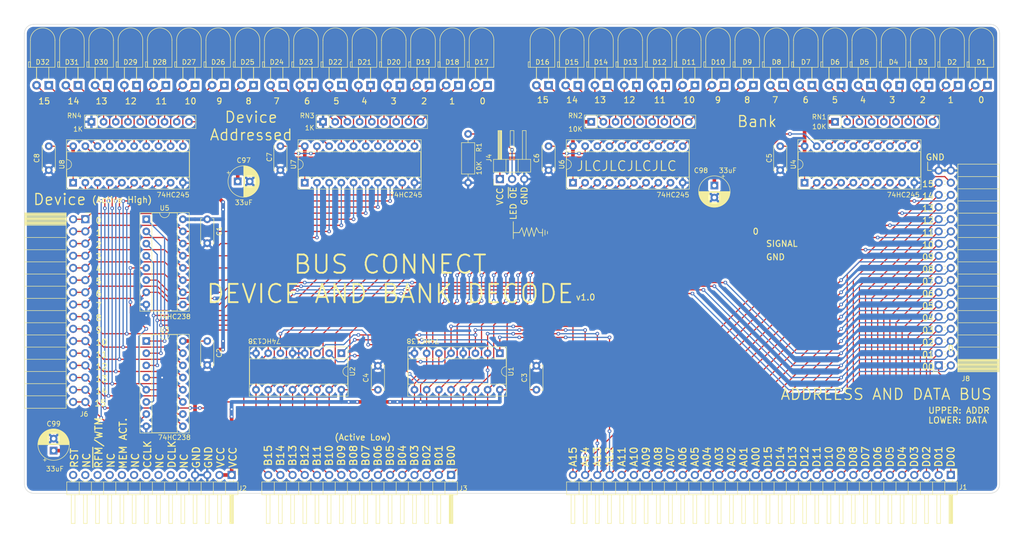
<source format=kicad_pcb>
(kicad_pcb (version 20221018) (generator pcbnew)
  (layers (0 "F.Cu" signal) (31 "B.Cu" signal) (34 "B.Paste" user) (35 "F.Paste" user) (36 "B.SilkS" user "B.Silkscreen") (37 "F.SilkS" user "F.Silkscreen") (38 "B.Mask" user) (39 "F.Mask" user) (44 "Edge.Cuts" user))
  (net 0 "")
  (net 1 "VCC")
  (net 2 "GND")
  (net 3 "/DATA_BUS_00")
  (net 4 "/DATA_BUS_01")
  (net 5 "/DATA_BUS_02")
  (net 6 "/DATA_BUS_03")
  (net 7 "/DATA_BUS_04")
  (net 8 "/DATA_BUS_05")
  (net 9 "/DATA_BUS_06")
  (net 10 "/DATA_BUS_07")
  (net 11 "/DATA_BUS_08")
  (net 12 "/DATA_BUS_09")
  (net 13 "/DATA_BUS_10")
  (net 14 "/DATA_BUS_11")
  (net 15 "/DATA_BUS_12")
  (net 16 "/DATA_BUS_13")
  (net 17 "/DATA_BUS_14")
  (net 18 "/DATA_BUS_15")
  (net 19 "/ADDR_BUS_00")
  (net 20 "/ADDR_BUS_01")
  (net 21 "/ADDR_BUS_02")
  (net 22 "/ADDR_BUS_03")
  (net 23 "/ADDR_BUS_04")
  (net 24 "/ADDR_BUS_05")
  (net 25 "/ADDR_BUS_06")
  (net 26 "/ADDR_BUS_07")
  (net 27 "/ADDR_BUS_08")
  (net 28 "/ADDR_BUS_09")
  (net 29 "/ADDR_BUS_10")
  (net 30 "/ADDR_BUS_11")
  (net 31 "/ADDR_BUS_12")
  (net 32 "/ADDR_BUS_13")
  (net 33 "/ADDR_BUS_14")
  (net 34 "/ADDR_BUS_15")
  (net 40 "/BANK_BUS_00")
  (net 41 "/BANK_BUS_01")
  (net 42 "/BANK_BUS_02")
  (net 43 "/BANK_BUS_03")
  (net 44 "/BANK_BUS_04")
  (net 45 "/BANK_BUS_05")
  (net 46 "/BANK_BUS_06")
  (net 47 "/BANK_BUS_07")
  (net 48 "/BANK_BUS_08")
  (net 49 "/BANK_BUS_09")
  (net 50 "/BANK_BUS_10")
  (net 51 "/BANK_BUS_11")
  (net 52 "/BANK_BUS_12")
  (net 53 "/BANK_BUS_13")
  (net 54 "/BANK_BUS_14")
  (net 55 "/BANK_BUS_15")
  (net 56 "/DATA_CLK")
  (net 57 "/CTL_CLK")
  (net 58 "/MEM_ACTIVE")
  (net 59 "/RFM_WTM")
  (net 60 "/RESET")
  (net 61 "/DEVICE_00")
  (net 62 "/DEVICE_01")
  (net 63 "/DEVICE_02")
  (net 64 "/DEVICE_03")
  (net 65 "/DEVICE_04")
  (net 66 "/DEVICE_05")
  (net 67 "/DEVICE_06")
  (net 68 "/DEVICE_07")
  (net 69 "/DEVICE_08")
  (net 70 "/DEVICE_09")
  (net 71 "/DEVICE_10")
  (net 72 "/DEVICE_11")
  (net 73 "/DEVICE_12")
  (net 74 "/DEVICE_13")
  (net 75 "/DEVICE_14")
  (net 76 "/DEVICE_15")
  (net 77 "Net-(D1-A)")
  (net 78 "Net-(D1-K)")
  (net 79 "Net-(D2-A)")
  (net 80 "Net-(D2-K)")
  (net 81 "Net-(D3-K)")
  (net 82 "Net-(D3-A)")
  (net 83 "Net-(D4-K)")
  (net 84 "Net-(D4-A)")
  (net 85 "Net-(D5-K)")
  (net 86 "Net-(D5-A)")
  (net 87 "Net-(D6-K)")
  (net 88 "Net-(D6-A)")
  (net 89 "Net-(D7-K)")
  (net 90 "Net-(D7-A)")
  (net 91 "Net-(D8-K)")
  (net 92 "Net-(D8-A)")
  (net 93 "Net-(D9-K)")
  (net 94 "Net-(D9-A)")
  (net 95 "Net-(D10-K)")
  (net 96 "Net-(D10-A)")
  (net 97 "Net-(D11-K)")
  (net 98 "Net-(D11-A)")
  (net 99 "Net-(D12-K)")
  (net 100 "Net-(D12-A)")
  (net 101 "Net-(D13-K)")
  (net 102 "Net-(D13-A)")
  (net 103 "Net-(D14-K)")
  (net 104 "Net-(D14-A)")
  (net 105 "Net-(D15-K)")
  (net 106 "Net-(D15-A)")
  (net 107 "Net-(D16-K)")
  (net 108 "Net-(D16-A)")
  (net 109 "Net-(D17-K)")
  (net 110 "Net-(D17-A)")
  (net 111 "Net-(D18-K)")
  (net 112 "Net-(D18-A)")
  (net 113 "Net-(D19-K)")
  (net 114 "Net-(D19-A)")
  (net 115 "Net-(D20-K)")
  (net 116 "Net-(D20-A)")
  (net 117 "Net-(D21-K)")
  (net 118 "Net-(D21-A)")
  (net 119 "Net-(D22-K)")
  (net 120 "Net-(D22-A)")
  (net 121 "Net-(D23-K)")
  (net 122 "Net-(D23-A)")
  (net 123 "Net-(D24-K)")
  (net 124 "Net-(D24-A)")
  (net 125 "Net-(D25-K)")
  (net 126 "Net-(D25-A)")
  (net 127 "Net-(D26-K)")
  (net 128 "Net-(D26-A)")
  (net 129 "Net-(D27-K)")
  (net 130 "Net-(D27-A)")
  (net 131 "Net-(D28-K)")
  (net 132 "Net-(D28-A)")
  (net 133 "Net-(D29-K)")
  (net 134 "Net-(D29-A)")
  (net 135 "Net-(D30-K)")
  (net 136 "Net-(D30-A)")
  (net 137 "Net-(D31-K)")
  (net 138 "Net-(D31-A)")
  (net 139 "Net-(D32-K)")
  (net 140 "Net-(D32-A)")
  (net 141 "/~{LED ENABLE}")
  (footprint "sixteen-bit-computer:LED_D5.0mm_Horizontal_O3.81mm_Z3.0mm" (layer "F.Cu") (at 251.46 63.5 180)
    (fp_text reference "D1")
    (fp_text value "LED")
  )
  (footprint "Connector_PinSocket_2.54mm:PinSocket_2x16_P2.54mm_Horizontal" (layer "F.Cu") (at 63.5 91.44)
    (fp_text reference "J6")
    (fp_text value "Conn_02x16_Odd_Even")
  )
  (footprint "sixteen-bit-computer:LED_D5.0mm_Horizontal_O3.81mm_Z3.0mm" (layer "F.Cu") (at 80.264 63.5 180)
    (fp_text reference "D28")
    (fp_text value "LED")
  )
  (footprint "Package_DIP:DIP-16_W7.62mm_Socket" (layer "F.Cu") (at 76.2 116.84)
    (fp_text reference "U3")
    (fp_text value "74HC238")
  )
  (footprint "sixteen-bit-computer:LED_D5.0mm_Horizontal_O3.81mm_Z3.0mm" (layer "F.Cu") (at 202.692 63.5 180)
    (fp_text reference "D9")
    (fp_text value "LED")
  )
  (footprint "sixteen-bit-computer:peripheral-backplane-membank" (layer "F.Cu") (at 139.7 144.78 -90)
    (fp_text reference "J3")
    (fp_text value "peripheral_membank_connector")
  )
  (footprint "Capacitor_THT:CP_Radial_D6.3mm_P2.50mm" (layer "F.Cu") (at 95.25 83.566)
    (fp_text reference "C97")
    (fp_text value "33uF")
  )
  (footprint "Package_DIP:DIP-20_W7.62mm_Socket" (layer "F.Cu") (at 60.96 83.82 90)
    (fp_text reference "U8")
    (fp_text value "74HC245")
  )
  (footprint "sixteen-bit-computer:LED_D5.0mm_Horizontal_O3.81mm_Z3.0mm" (layer "F.Cu") (at 172.212 63.5 180)
    (fp_text reference "D14")
    (fp_text value "LED")
  )
  (footprint "sixteen-bit-computer:LED_D5.0mm_Horizontal_O3.81mm_Z3.0mm" (layer "F.Cu") (at 178.308 63.5 180)
    (fp_text reference "D13")
    (fp_text value "LED")
  )
  (footprint "sixteen-bit-computer:LED_D5.0mm_Horizontal_O3.81mm_Z3.0mm" (layer "F.Cu") (at 104.648 63.5 180)
    (fp_text reference "D24")
    (fp_text value "LED")
  )
  (footprint "Connector_PinSocket_2.54mm:PinSocket_2x17_P2.54mm_Horizontal" (layer "F.Cu") (at 241.3 121.92 180)
    (fp_text reference "J8")
    (fp_text value "ADDR AND DATA")
  )
  (footprint "sixteen-bit-computer:LED_D5.0mm_Horizontal_O3.81mm_Z3.0mm" (layer "F.Cu") (at 214.884 63.5 180)
    (fp_text reference "D7")
    (fp_text value "LED")
  )
  (footprint "Connector_PinHeader_2.54mm:PinHeader_1x03_P2.54mm_Horizontal" (layer "F.Cu") (at 149.875 83.058 90)
    (fp_text reference "J4")
    (fp_text value "Conn_01x03_Pin")
  )
  (footprint "sixteen-bit-computer:LED_D5.0mm_Horizontal_O3.81mm_Z3.0mm" (layer "F.Cu") (at 245.364 63.5 180)
    (fp_text reference "D2")
    (fp_text value "LED")
  )
  (footprint "Capacitor_THT:C_Disc_D5.0mm_W2.5mm_P5.00mm" (layer "F.Cu") (at 88.9 91.44 -90)
    (fp_text reference "C1")
    (fp_text value "C")
  )
  (footprint "Package_DIP:DIP-20_W7.62mm_Socket" (layer "F.Cu") (at 165.1 83.82 90)
    (fp_text reference "U6")
    (fp_text value "74HC245")
  )
  (footprint "sixteen-bit-computer:LED_D5.0mm_Horizontal_O3.81mm_Z3.0mm" (layer "F.Cu") (at 135.128 63.5 180)
    (fp_text reference "D19")
    (fp_text value "LED")
  )
  (footprint "Package_DIP:DIP-16_W7.62mm_Socket" (layer "F.Cu") (at 76.2 91.44)
    (fp_text reference "U5")
    (fp_text value "74HC238")
  )
  (footprint "sixteen-bit-computer:LED_D5.0mm_Horizontal_O3.81mm_Z3.0mm" (layer "F.Cu") (at 74.168 63.5 180)
    (fp_text reference "D29")
    (fp_text value "LED")
  )
  (footprint "sixteen-bit-computer:LED_D5.0mm_Horizontal_O3.81mm_Z3.0mm" (layer "F.Cu") (at 196.596 63.5 180)
    (fp_text reference "D10")
    (fp_text value "LED")
  )
  (footprint "Capacitor_THT:C_Disc_D5.0mm_W2.5mm_P5.00mm" (layer "F.Cu") (at 124.46 127 90)
    (fp_text reference "C4")
    (fp_text value "C")
  )
  (footprint "sixteen-bit-computer:LED_D5.0mm_Horizontal_O3.81mm_Z3.0mm" (layer "F.Cu") (at 227.076 63.5 180)
    (fp_text reference "D5")
    (fp_text value "LED")
  )
  (footprint "sixteen-bit-computer:LED_D5.0mm_Horizontal_O3.81mm_Z3.0mm" (layer "F.Cu") (at 160.02 63.5 180)
    (fp_text reference "D16")
    (fp_text value "LED")
  )
  (footprint "sixteen-bit-computer:LED_D5.0mm_Horizontal_O3.81mm_Z3.0mm" (layer "F.Cu") (at 166.116 63.5 180)
    (fp_text reference "D15")
    (fp_text value "LED")
  )
  (footprint "sixteen-bit-computer:LED_D5.0mm_Horizontal_O3.81mm_Z3.0mm" (layer "F.Cu") (at 233.172 63.5 180)
    (fp_text reference "D4")
    (fp_text value "LED")
  )
  (footprint "sixteen-bit-computer:LED_D5.0mm_Horizontal_O3.81mm_Z3.0mm" (layer "F.Cu") (at 92.456 63.5 180)
    (fp_text reference "D26")
    (fp_text value "LED")
  )
  (footprint "Resistor_THT:R_Array_SIP9" (layer "F.Cu") (at 219.71 71.12)
    (fp_text reference "RN1")
    (fp_text value "10K")
  )
  (footprint "Capacitor_THT:C_Disc_D5.0mm_W2.5mm_P5.00mm" (layer "F.Cu") (at 157.48 127 90)
    (fp_text reference "C3")
    (fp_text value "C")
  )
  (footprint "Package_DIP:DIP-16_W7.62mm_Socket" (layer "F.Cu") (at 149.86 119.38 -90)
    (fp_text reference "U1")
    (fp_text value "74HC138")
  )
  (footprint "sixteen-bit-computer:LED_D5.0mm_Horizontal_O3.81mm_Z3.0mm" (layer "F.Cu") (at 129.032 63.5 180)
    (fp_text reference "D20")
    (fp_text value "LED")
  )
  (footprint "Resistor_THT:R_Array_SIP9" (layer "F.Cu") (at 64.77 71.12)
    (fp_text reference "RN4")
    (fp_text value "1K")
  )
  (footprint "Resistor_THT:R_Array_SIP9" (layer "F.Cu") (at 168.91 71.12)
    (fp_text reference "RN2")
    (fp_text value "10K")
  )
  (footprint "Capacitor_THT:CP_Radial_D6.3mm_P2.50mm" (layer "F.Cu") (at 56.896 139.7 90)
    (fp_text reference "C99")
    (fp_text value "33uF")
  )
  (footprint "sixteen-bit-computer:LED_D5.0mm_Horizontal_O3.81mm_Z3.0mm" (layer "F.Cu") (at 68.072 63.5045 180)
    (fp_text reference "D30")
    (fp_text value "LED")
  )
  (footprint "sixteen-bit-computer:LED_D5.0mm_Horizontal_O3.81mm_Z3.0mm" (layer "F.Cu") (at 86.36 63.5 180)
    (fp_text reference "D27")
    (fp_text value "LED")
  )
  (footprint "sixteen-bit-computer:peripheral-backplane-aux" (layer "F.Cu") (at 93.98 144.78)
    (fp_text reference "J2")
    (fp_text value "peripheral_aux_connector")
  )
  (footprint "sixteen-bit-computer:LED_D5.0mm_Horizontal_O3.81mm_Z3.0mm" (layer "F.Cu") (at 147.32 63.5 180)
    (fp_text reference "D17")
    (fp_text value "LED")
  )
  (footprint "Capacitor_THT:C_Disc_D5.0mm_W2.5mm_P5.00mm" (layer "F.Cu") (at 104.14 76.2 -90)
    (fp_text reference "C7")
    (fp_text value "C")
  )
  (footprint "Package_DIP:DIP-20_W7.62mm_Socket" (layer "F.Cu") (at 109.22 83.82 90)
    (fp_text reference "U7")
    (fp_text value "74HC245")
  )
  (footprint "sixteen-bit-computer:LED_D5.0mm_Horizontal_O3.81mm_Z3.0mm" (layer "F.Cu") (at 122.936 63.5 180)
    (fp_text reference "D21")
    (fp_text value "LED")
  )
  (footprint "sixteen-bit-computer:LED_D5.0mm_Horizontal_O3.81mm_Z3.0mm" (layer "F.Cu") (at 141.224 63.5 180)
    (fp_text reference "D18")
    (fp_text value "LED")
  )
  (footprint "Capacitor_THT:C_Disc_D5.0mm_W2.5mm_P5.00mm" (layer "F.Cu") (at 88.9 116.84 -90)
    (fp_text reference "C2")
    (fp_text value "C")
  )
  (footprint "sixteen-bit-computer:LED_D5.0mm_Horizontal_O3.81mm_Z3.0mm" (layer "F.Cu") (at 116.84 63.5 180)
    (fp_text reference "D22")
    (fp_text value "LED")
  )
  (footprint "sixteen-bit-computer:LED_D5.0mm_Horizontal_O3.81mm_Z3.0mm" (layer "F.Cu") (at 208.788 63.5 180)
    (fp_text reference "D8")
    (fp_text value "LED")
  )
  (footprint "sixteen-bit-computer:LED_D5.0mm_Horizontal_O3.81mm_Z3.0mm" (layer "F.Cu") (at 184.404 63.5 180)
    (fp_text reference "D12")
    (fp_text value "LED")
  )
  (footprint "Resistor_THT:R_Axial_DIN0207_L6.3mm_D2.5mm_P10.16mm_Horizontal" (layer "F.Cu") (at 143.256 73.66 -90)
    (fp_text reference "R1")
    (fp_text value "10K")
  )
  (footprint "Capacitor_THT:C_Disc_D5.0mm_W2.5mm_P5.00mm" (layer "F.Cu") (at 55.88 81.2 90)
    (fp_text reference "C8")
    (fp_text value "C")
  )
  (footprint "Package_DIP:DIP-20_W7.62mm_Socket" (layer "F.Cu") (at 213.36 83.82 90)
    (fp_text reference "U4")
    (fp_text value "74HC245")
  )
  (footprint "Package_DIP:DIP-16_W7.62mm_Socket" (layer "F.Cu") (at 116.84 119.38 -90)
    (fp_text reference "U2")
    (fp_text value "74HC138")
  )
  (footprint "sixteen-bit-computer:LED_D5.0mm_Horizontal_O3.81mm_Z3.0mm" (layer "F.Cu") (at 190.5 63.5 180)
    (fp_text reference "D11")
    (fp_text value "LED")
  )
  (footprint "sixteen-bit-computer:LED_D5.0mm_Horizontal_O3.81mm_Z3.0mm" (layer "F.Cu") (at 98.552 63.5 180)
    (fp_text reference "D25")
    (fp_text value "LED")
  )
  (footprint "sixteen-bit-computer:LED_D5.0mm_Horizontal_O3.81mm_Z3.0mm" (layer "F.Cu") (at 110.744 63.5 180)
    (fp_text reference "D23")
    (fp_text value "LED")
  )
  (footprint "Resistor_THT:R_Array_SIP9" (layer "F.Cu") (at 113.03 71.12)
    (fp_text reference "RN3")
    (fp_text value "1K")
  )
  (footprint "Capacitor_THT:C_Disc_D5.0mm_W2.5mm_P5.00mm" (layer "F.Cu") (at 160.02 81.2 90)
    (fp_text reference "C6")
    (fp_text value "C")
  )
  (footprint "Capacitor_THT:CP_Radial_D6.3mm_P2.50mm" (layer "F.Cu") (at 194.564 84.415621 -90)
    (fp_text reference "C98")
    (fp_text value "33uF")
  )
  (footprint "sixteen-bit-computer:LED_D5.0mm_Horizontal_O3.81mm_Z3.0mm" (layer "F.Cu") (at 220.98 63.5 180)
    (fp_text reference "D6")
    (fp_text value "LED")
  )
  (footprint "sixteen-bit-computer:peripheral-backplane-data-addr-anno" (layer "F.Cu") (at 243.84 144.78 -90)
    (fp_text reference "J1")
    (fp_text value "peripheral_addr_bus_connector")
  )
  (footprint "Capacitor_THT:C_Disc_D5.0mm_W2.5mm_P5.00mm" (layer "F.Cu") (at 208.28 76.2 -90)
    (fp_text reference "C5")
    (fp_text value "C")
  )
  (footprint "sixteen-bit-computer:LED_D5.0mm_Horizontal_O3.81mm_Z3.0mm" (layer "F.Cu") (at 55.88 63.5 180)
    (fp_text reference "D32")
    (fp_text value "LED")
  )
  (footprint "sixteen-bit-computer:LED_D5.0mm_Horizontal_O3.81mm_Z3.0mm" (layer "F.Cu") (at 61.976 63.5045 180)
    (fp_text reference "D31")
    (fp_text value "LED")
  )
  (footprint "sixteen-bit-computer:LED_D5.0mm_Horizontal_O3.81mm_Z3.0mm" (layer "F.Cu") (at 239.268 63.5 180)
    (fp_text reference "D3")
    (fp_text value "LED")
  )
  (gr_line (start 152.669 91.948) (end 152.669 95.504) (stroke (width 0.15)) (layer "F.SilkS"))
  (gr_line (start 158.765 93.472) (end 158.765 94.996) (stroke (width 0.15)) (layer "F.SilkS"))
  (gr_line (start 157.495 93.218) (end 158.003 94.234) (stroke (width 0.15)) (layer "F.SilkS"))
  (gr_line (start 239.014 81.28) (end 239.014 79.502) (stroke (width 0.15)) (layer "F.SilkS"))
  (gr_line (start 156.479 93.218) (end 156.987 94.996) (stroke (width 0.15)) (layer "F.SilkS"))
  (gr_line (start 158.003 94.234) (end 158.765 94.234) (stroke (width 0.15)) (layer "F.SilkS"))
  (gr_line (start 155.971 94.996) (end 156.479 93.218) (stroke (width 0.15)) (layer "F.SilkS"))
  (gr_line (start 153.939 94.234) (end 154.447 93.218) (stroke (width 0.15)) (layer "F.SilkS"))
  (gr_line (start 152.669 94.234) (end 153.939 94.234) (stroke (width 0.15)) (layer "F.SilkS"))
  (gr_line (start 159.781 93.98) (end 159.781 94.488) (stroke (width 0.15)) (layer "F.SilkS"))
  (gr_line (start 154.447 93.218) (end 154.955 94.996) (stroke (width 0.15)) (layer "F.SilkS"))
  (gr_line (start 155.463 93.218) (end 155.971 94.996) (stroke (width 0.15)) (layer "F.SilkS"))
  (gr_line (start 156.987 94.996) (end 157.495 93.218) (stroke (width 0.15)) (layer "F.SilkS"))
  (gr_line (start 154.955 94.996) (end 155.463 93.218) (stroke (width 0.15)) (layer "F.SilkS"))
  (gr_line (start 159.273 93.726) (end 159.273 94.742) (stroke (width 0.15)) (layer "F.SilkS"))
  (gr_line (start 239.776 81.28) (end 239.014 81.28) (stroke (width 0.15)) (layer "F.SilkS"))
  (gr_line (start 254 52.705) (end 254 146.685) (stroke (width 0.1)) (layer "Edge.Cuts"))
  (gr_arc (start 254 146.685) (mid 253.442038 148.032038) (end 252.095 148.59) (stroke (width 0.1)) (layer "Edge.Cuts"))
  (gr_arc (start 52.705 148.59) (mid 51.357962 148.032038) (end 50.8 146.685) (stroke (width 0.1)) (layer "Edge.Cuts"))
  (gr_line (start 50.8 146.685) (end 50.8 52.705) (stroke (width 0.1)) (layer "Edge.Cuts"))
  (gr_arc (start 50.8 52.705) (mid 51.357962 51.357962) (end 52.705 50.8) (stroke (width 0.1)) (layer "Edge.Cuts"))
  (gr_line (start 252.095 148.59) (end 52.705 148.59) (stroke (width 0.1)) (layer "Edge.Cuts"))
  (gr_arc (start 252.095 50.8) (mid 253.442038 51.357962) (end 254 52.705) (stroke (width 0.1)) (layer "Edge.Cuts"))
  (gr_line (start 52.705 50.8) (end 252.095 50.8) (stroke (width 0.1)) (layer "Edge.Cuts"))
  (gr_text "9" (at 90.678 67.564) (layer "F.SilkS") (effects (font (size 1.27 1.27) (thickness 0.2032)) (justify left bottom)))
  (gr_text "7" (at 65.532 110.236) (layer "F.SilkS") (effects (font (size 1.27 1.27) (thickness 0.2032)) (justify left bottom)))
  (gr_text "6" (at 108.966 67.564) (layer "F.SilkS") (effects (font (size 1.27 1.27) (thickness 0.2032)) (justify left bottom)))
  (gr_text "2" (at 133.35 67.564) (layer "F.SilkS") (effects (font (size 1.27 1.27) (thickness 0.2032)) (justify left bottom)))
  (gr_text "UPPER: ADDR\nLOWER: DATA" (at 239.014 134.112) (layer "F.SilkS") (effects (font (size 1.27 1.27) (thickness 0.2032)) (justify left bottom)))
  (gr_text "01" (at 237.744 120.396) (layer "F.SilkS") (effects (font (size 1.27 1.27) (thickness 0.2032)) (justify left bottom)))
  (gr_text "Device" (at 58.166 88.646) (layer "F.SilkS") (effects (font (size 2.286 2.286) (thickness 0.254)) (justify bottom)))
  (gr_text "10" (at 187.96 67.31) (layer "F.SilkS") (effects (font (size 1.27 1.27) (thickness 0.2032)) (justify left bottom)))
  (gr_text "3" (at 65.532 100.076) (layer "F.SilkS") (effects (font (size 1.27 1.27) (thickness 0.2032)) (justify left bottom)))
  (gr_text "10" (at 237.744 97.536) (layer "F.SilkS") (effects (font (size 1.27 1.27) (thickness 0.2032)) (justify left bottom)))
  (gr_text "ADDREESS AND DATA BUS" (at 230.378 129.286) (layer "F.SilkS") (effects (font (size 2.286 2.286) (thickness 0.254)) (justify bottom)))
  (gr_text "6" (at 65.532 107.696) (layer "F.SilkS") (effects (font (size 1.27 1.27) (thickness 0.2032)) (justify left bottom)))
  (gr_text "11" (at 65.532 120.396) (layer "F.SilkS") (effects (font (size 1.27 1.27) (thickness 0.2032)) (justify left bottom)))
  (gr_text "8" (at 200.66 67.31) (layer "F.SilkS") (effects (font (size 1.27 1.27) (thickness 0.2032)) (justify left bottom)))
  (gr_text "15" (at 157.48 67.31) (layer "F.SilkS") (effects (font (size 1.27 1.27) (thickness 0.2032)) (justify left bottom)))
  (gr_text "5" (at 65.532 105.156) (layer "F.SilkS") (effects (font (size 1.27 1.27) (thickness 0.2032)) (justify left bottom)))
  (gr_text "06" (at 237.744 107.696) (layer "F.SilkS") (effects (font (size 1.27 1.27) (thickness 0.2032)) (justify left bottom)))
  (gr_text "15" (at 65.278 130.556) (layer "F.SilkS") (effects (font (size 1.27 1.27) (thickness 0.2032)) (justify left bottom)))
  (gr_text "11" (at 237.744 94.996) (layer "F.SilkS") (effects (font (size 1.27 1.27) (thickness 0.2032)) (justify left bottom)))
  (gr_text "GND" (at 205.232 100.076) (layer "F.SilkS") (effects (font (size 1.27 1.27) (thickness 0.2032)) (justify left bottom)))
  (gr_text "JLCJLCJLCJLC" (at 176.276 81.534) (layer "F.SilkS") (effects (font (size 2.032 2.032) (thickness 0.2032)) (justify bottom)))
  (gr_text "08" (at 237.744 102.616) (layer "F.SilkS") (effects (font (size 1.27 1.27) (thickness 0.2032)) (justify left bottom)))
  (gr_text "BUS CONNECT\nDEVICE AND BANK DECODE" (at 127 109.22) (layer "F.SilkS") (effects (font (size 3.81 3.81) (thickness 0.381)) (justify bottom)))
  (gr_text "09" (at 237.744 100.076) (layer "F.SilkS") (effects (font (size 1.27 1.27) (thickness 0.2032)) (justify left bottom)))
  (gr_text "14" (at 163.576 67.31) (layer "F.SilkS") (effects (font (size 1.27 1.27) (thickness 0.2032)) (justify left bottom)))
  (gr_text "3" (at 127 67.564) (layer "F.SilkS") (effects (font (size 1.27 1.27) (thickness 0.2032)) (justify left bottom)))
  (gr_text "9" (at 65.532 115.316) (layer "F.SilkS") (effects (font (size 1.27 1.27) (thickness 0.2032)) (justify left bottom)))
  (gr_text "5" (at 218.948 67.31) (layer "F.SilkS") (effects (font (size 1.27 1.27) (thickness 0.2032)) (justify left bottom)))
  (gr_text "12\n" (at 175.514 67.31) (layer "F.SilkS") (effects (font (size 1.27 1.27) (thickness 0.2032)) (justify left bottom)))
  (gr_text "4" (at 120.904 67.564) (layer "F.SilkS") (effects (font (size 1.27 1.27) (thickness 0.2032)) (justify left bottom)))
  (gr_text "7" (at 206.502 67.31) (layer "F.SilkS") (effects (font (size 1.27 1.27) (thickness 0.2032)) (justify left bottom)))
  (gr_text "12\n" (at 65.532 122.936) (layer "F.SilkS") (effects (font (size 1.27 1.27) (thickness 0.2032)) (justify left bottom)))
  (gr_text "10" (at 84.074 67.564) (layer "F.SilkS") (effects (font (size 1.27 1.27) (thickness 0.2032)) (justify left bottom)))
  (gr_text "Bank" (at 203.454 72.39) (layer "F.SilkS") (effects (font (size 2.286 2.286) (thickness 0.254)) (justify bottom)))
  (gr_text "3" (at 230.886 67.31) (layer "F.SilkS") (effects (font (size 1.27 1.27) (thickness 0.2032)) (justify left bottom)))
  (gr_text "13" (at 169.418 67.31) (layer "F.SilkS") (effects (font (size 1.27 1.27) (thickness 0.2032)) (justify left bottom)))
  (gr_text "0" (at 65.532 92.456) (layer "F.SilkS") (effects (font (size 1.27 1.27) (thickness 0.2032)) (justify left bottom)))
  (gr_text "2" (at 237.236 67.31) (layer "F.SilkS") (effects (font (size 1.27 1.27) (thickness 0.2032)) (justify left bottom)))
  (gr_text "6" (at 212.852 67.31) (layer "F.SilkS") (effects (font (size 1.27 1.27) (thickness 0.2032)) (justify left bottom)))
  (gr_text "02" (at 237.744 117.856) (layer "F.SilkS") (effects (font (size 1.27 1.27) (thickness 0.2032)) (justify left bottom)))
  (gr_text "05" (at 237.744 110.236) (layer "F.SilkS") (effects (font (size 1.27 1.27) (thickness 0.2032)) (justify left bottom)))
  (gr_text "v1.0" (at 165.608 108.458) (layer "F.SilkS") (effects (font (size 1.27 1.27) (thickness 0.2032)) (justify left bottom)))
  (gr_text "11" (at 77.978 67.564) (layer "F.SilkS") (effects (font (size 1.27 1.27) (thickness 0.2032)) (justify left bottom)))
  (gr_text "SIGNAL" (at 205.232 97.282) (layer "F.SilkS") (effects (font (size 1.27 1.27) (thickness 0.2032)) (justify left bottom)))
  (gr_text "0" (at 202.438 94.742) (layer "F.SilkS") (effects (font (size 1.27 1.27) (thickness 0.2032)) (justify left bottom)))
  (gr_text "14" (at 59.69 67.564) (layer "F.SilkS") (effects (font (size 1.27 1.27) (thickness 0.2032)) (justify left bottom)))
  (gr_text "07" (at 237.744 105.156) (layer "F.SilkS") (effects (font (size 1.27 1.27) (thickness 0.2032)) (justify left bottom)))
  (gr_text "1" (at 139.192 67.564) (layer "F.SilkS") (effects (font (size 1.27 1.27) (thickness 0.2032)) (justify left bottom)))
  (gr_text "7" (at 102.616 67.564) (layer "F.SilkS") (effects (font (size 1.27 1.27) (thickness 0.2032)) (justify left bottom)))
  (gr_text "0" (at 249.428 67.31) (layer "F.SilkS") (effects (font (size 1.27 1.27) (thickness 0.2032)) (justify left bottom)))
  (gr_text "12\n" (at 71.628 67.564) (layer "F.SilkS") (effects (font (size 1.27 1.27) (thickness 0.2032)) (justify left bottom)))
  (gr_text "8" (at 96.774 67.564) (layer "F.SilkS") (effects (font (size 1.27 1.27) (thickness 0.2032)) (justify left bottom)))
  (gr_text "14" (at 237.744 87.376) (layer "F.SilkS") (effects (font (size 1.27 1.27) (thickness 0.2032)) (justify left bottom)))
  (gr_text "03" (at 237.744 115.316) (layer "F.SilkS") (effects (font (size 1.27 1.27) (thickness 0.2032)) (justify left bottom)))
  (gr_text "(Active High)" (at 64.77 88.138) (layer "F.SilkS") (effects (font (size 1.27 1.27) (thickness 0.2032)) (justify left bottom)))
  (gr_text "13" (at 237.744 89.916) (layer "F.SilkS") (effects (font (size 1.27 1.27) (thickness 0.2032)) (justify left bottom)))
  (gr_text "04" (at 237.744 112.776) (layer "F.SilkS") (effects (font (size 1.27 1.27) (thickness 0.2032)) (justify left bottom)))
  (gr_text "VCC" (at 150.637 88.646 90) (layer "F.SilkS") (effects (font (size 1.27 1.27) (thickness 0.2032)) (justify left bottom)))
  (gr_text "13" (at 65.532 125.476) (layer "F.SilkS") (effects (font (size 1.27 1.27) (thickness 0.2032)) (justify left bottom)))
  (gr_text "13" (at 65.532 67.564) (layer "F.SilkS") (effects (font (size 1.27 1.27) (thickness 0.2032)) (justify left bottom)))
  (gr_text "0" (at 243.078 119.126) (layer "F.SilkS") (effects (font (size 1.27 1.27) (thickness 0.2032)) (justify left bottom)))
  (gr_text "11" (at 181.864 67.31) (layer "F.SilkS") (effects (font (size 1.27 1.27) (thickness 0.2032)) (justify left bottom)))
  (gr_text "GND" (at 238.506 79.248) (layer "F.SilkS") (effects (font (size 1.27 1.27) (thickness 0.2032)) (justify left bottom)))
  (gr_text "GND" (at 155.717 88.646 90) (layer "F.SilkS") (effects (font (size 1.27 1.27) (thickness 0.2032)) (justify left bottom)))
  (gr_text "14" (at 65.532 128.016) (layer "F.SilkS") (effects (font (size 1.27 1.27) (thickness 0.2032)) (justify left bottom)))
  (gr_text "0" (at 145.542 67.564) (layer "F.SilkS") (effects (font (size 1.27 1.27) (thickness 0.2032)) (justify left bottom)))
  (gr_text "15" (at 237.744 84.836) (layer "F.SilkS") (effects (font (size 1.27 1.27) (thickness 0.2032)) (justify left bottom)))
  (gr_text "Device\nAddressed" (at 98.044 75.184) (layer "F.SilkS") (effects (font (size 2.286 2.286) (thickness 0.254)) (justify bottom)))
  (gr_text "LED ~{OE}" (at 153.431 91.694 90) (layer "F.SilkS") (effects (font (size 1.27 1.27) (thickness 0.2032)) (justify left bottom)))
  (gr_text "1" (at 243.078 67.31) (layer "F.SilkS") (effects (font (size 1.27 1.27) (thickness 0.2032)) (justify left bottom)))
  (gr_text "12" (at 237.744 92.456) (layer "F.SilkS") (effects (font (size 1.27 1.27) (thickness 0.2032)) (justify left bottom)))
  (gr_text "10" (at 65.532 117.856) (layer "F.SilkS") (effects (font (size 1.27 1.27) (thickness 0.2032)) (justify left bottom)))
  (gr_text "1" (at 65.532 94.996) (layer "F.SilkS") (effects (font (size 1.27 1.27) (thickness 0.2032)) (justify left bottom)))
  (gr_text "00" (at 237.744 122.936) (layer "F.SilkS") (effects (font (size 1.27 1.27) (thickness 0.2032)) (justify left bottom)))
  (gr_text "4" (at 224.79 67.31) (layer "F.SilkS") (effects (font (size 1.27 1.27) (thickness 0.2032)) (justify left bottom)))
  (gr_text "15" (at 53.594 67.564) (layer "F.SilkS") (effects (font (size 1.27 1.27) (thickness 0.2032)) (justify left bottom)))
  (gr_text "(Active Low)" (at 115.316 137.668) (layer "F.SilkS") (effects (font (size 1.27 1.27) (thickness 0.2032)) (justify left bottom)))
  (gr_text "8" (at 65.532 112.776) (layer "F.SilkS") (effects (font (size 1.27 1.27) (thickness 0.2032)) (justify left bottom)))
  (gr_text "9" (at 194.564 67.31) (layer "F.SilkS") (effects (font (size 1.27 1.27) (thickness 0.2032)) (justify left bottom)))
  (gr_text "2" (at 65.532 97.536) (layer "F.SilkS") (effects (font (size 1.27 1.27) (thickness 0.2032)) (justify left bottom)))
  (gr_text "5" (at 115.062 67.564) (layer "F.SilkS") (effects (font (size 1.27 1.27) (thickness 0.2032)) (justify left bottom)))
  (gr_text "4" (at 65.532 102.616) (layer "F.SilkS") (effects (font (size 1.27 1.27) (thickness 0.2032)) (justify left bottom)))
  (segment (start 137.16 122.174) (end 133.35 125.984) (width 0.254) (layer "F.Cu") (net 1))
  (segment (start 93.98 139.7) (end 93.98 144.78) (width 0.762) (layer "F.Cu") (net 1))
  (segment (start 86.36 82.042) (end 86.36 78.74) (width 0.762) (layer "F.Cu") (net 1))
  (segment (start 120.142 129.54) (end 127 129.54) (width 0.762) (layer "F.Cu") (net 1))
  (segment (start 86.36 139.7) (end 86.36 118.618) (width 0.762) (layer "F.Cu") (net 1))
  (segment (start 133.35 125.984) (end 133.35 129.54) (width 0.254) (layer "F.Cu") (net 1))
  (segment (start 168.91 71.12) (end 165.1 71.12) (width 0.762) (layer "F.Cu") (net 1))
  (segment (start 213.36 71.628) (end 213.868 71.12) (width 0.762) (layer "F.Cu") (net 1))
  (segment (start 109.22 83.82) (end 109.22 78.74) (width 0.254) (layer "F.Cu") (net 1))
  (segment (start 95.25 78.74) (end 109.22 78.74) (width 0.762) (layer "F.Cu") (net 1))
  (segment (start 124.46 127) (end 116.84 127) (width 0.254) (layer "F.Cu") (net 1))
  (segment (start 86.36 78.74) (end 60.96 78.74) (width 0.762) (layer "F.Cu") (net 1))
  (segment (start 91.44 144.78) (end 93.98 144.78) (width 0.762) (layer "F.Cu") (net 1))
  (segment (start 194.564 78.74) (end 213.36 78.74) (width 0.762) (layer "F.Cu") (net 1))
  (segment (start 95.25 78.74) (end 95.25 83.566) (width 0.762) (layer "F.Cu") (net 1))
  (segment (start 90.424 107.95) (end 82.296 107.95) (width 0.254) (layer "F.Cu") (net 1))
  (segment (start 88.9 116.84) (end 86.36 116.84) (width 0.254) (layer "F.Cu") (net 1))
  (segment (start 165.1 78.74) (end 194.564 78.74) (width 0.762) (layer "F.Cu") (net 1))
  (segment (start 91.44 139.7) (end 93.98 139.7) (width 0.762) (layer "F.Cu") (net 1))
  (segment (start 165.1 83.82) (end 165.1 78.74) (width 0.254) (layer "F.Cu") (net 1))
  (segment (start 160.02 76.2) (end 165.1 76.2) (width 0.254) (layer "F.Cu") (net 1))
  (segment (start 127 129.54) (end 128.524 129.54) (width 0.762) (layer "F.Cu") (net 1))
  (segment (start 86.36 78.74) (end 95.25 78.74) (width 0.762) (layer "F.Cu") (net 1))
  (segment (start 86.36 116.84) (end 83.82 116.84) (width 0.762) (layer "F.Cu") (net 1))
  (segment (start 165.1 71.12) (end 165.1 73.66) (width 0.762) (layer "F.Cu") (net 1))
  (segment (start 144.78 78.74) (end 165.1 78.74) (width 0.762) (layer "F.Cu") (net 1))
  (segment (start 165.1 73.66) (end 165.1 76.2) (width 0.762) (layer "F.Cu") (net 1))
  (segment (start 149.875 83.058) (end 149.875 78.74) (width 0.254) (layer "F.Cu") (net 1))
  (segment (start 118.364 129.54) (end 120.142 129.54) (width 0.762) (layer "F.Cu") (net 1))
  (segment (start 208.28 76.2) (end 213.36 76.2) (width 0.254) (layer "F.Cu") (net 1))
  (segment (start 60.96 76.2) (end 60.96 78.74) (width 0.762) (layer "F.Cu") (net 1))
  (segment (start 86.36 118.618) (end 92.202 118.618) (width 0.762) (layer "F.Cu") (net 1))
  (segment (start 165.1 76.2) (end 165.1 78.74) (width 0.762) (layer "F.Cu") (net 1))
  (segment (start 109.22 76.2) (end 109.22 78.74) (width 0.762) (layer "F.Cu") (net 1))
  (segment (start 194.564 78.74) (end 194.564 84.415621) (width 0.762) (layer "F.Cu") (net 1))
  (segment (start 109.22 78.74) (end 144.78 78.74) (width 0.762) (layer "F.Cu") (net 1))
  (segment (start 86.36 118.618) (end 86.36 116.84) (width 0.762) (layer "F.Cu") (net 1))
  (segment (start 60.96 83.82) (end 60.96 78.74) (width 0.254) (layer "F.Cu") (net 1))
  (segment (start 82.296 107.95) (end 78.486 104.14) (width 0.254) (layer "F.Cu") (net 1))
  (segment (start 78.486 104.14) (end 76.2 104.14) (width 0.254) (layer "F.Cu") (net 1))
  (segment (start 93.98 131.064) (end 93.98 132.588) (width 0.762) (layer "F.Cu") (net 1))
  (segment (start 55.88 76.2) (end 60.96 76.2) (width 0.254) (layer "F.Cu") (net 1))
  (segment (start 213.36 83.82) (end 213.36 78.74) (width 0.254) (layer "F.Cu") (net 1))
  (segment (start 92.202 89.408) (end 92.202 87.884) (width 0.762) (layer "F.Cu") (net 1))
  (segment (start 86.36 139.7) (end 56.896 139.7) (width 0.762) (layer "F.Cu") (net 1))
  (segment (start 92.202 116.84) (end 92.202 118.618) (width 0.762) (layer "F.Cu") (net 1))
  (segment (start 213.36 78.74) (end 213.36 71.628) (width 0.762) (layer "F.Cu") (net 1))
  (segment (start 104.14 76.2) (end 109.22 76.2) (width 0.254) (layer "F.Cu") (net 1))
  (segment (start 157.48 127) (end 149.86 127) (width 0.254) (layer "F.Cu") (net 1))
  (segment (start 92.202 87.884) (end 86.36 82.042) (width 0.762) (layer "F.Cu") (net 1))
  (segment (start 137.16 119.38) (end 137.16 122.174) (width 0.254) (layer "F.Cu") (net 1))
  (segment (start 93.98 132.588) (end 93.98 139.7) (width 0.762) (layer "F.Cu") (net 1))
  (segment (start 213.868 71.12) (end 219.71 71.12) (width 0.762) (layer "F.Cu") (net 1))
  (segment (start 86.36 139.7) (end 91.44 139.7) (width 0.762) (layer "F.Cu") (net 1))
  (via (at 93.98 131.064) (size 0.762) (drill 0.381) (layers "F.Cu" "B.Cu") (net 1))
  (via (at 90.424 107.95) (size 0.762) (drill 0.381) (layers "F.Cu" "B.Cu") (net 1))
  (via (at 127 129.54) (size 0.762) (drill 0.381) (layers "F.Cu" "B.Cu") (net 1))
  (via (at 120.142 129.54) (size 0.762) (drill 0.381) (layers "F.Cu" "B.Cu") (net 1))
  (via (at 133.35 129.54) (size 0.762) (drill 0.381) (layers "F.Cu" "B.Cu") (net 1))
  (via (at 92.202 87.884) (size 0.762) (drill 0.381) (layers "F.Cu" "B.Cu") (net 1))
  (via (at 128.524 129.54) (size 0.762) (drill 0.381) (layers "F.Cu" "B.Cu") (net 1))
  (via (at 118.364 129.54) (size 0.762) (drill 0.381) (layers "F.Cu" "B.Cu") (net 1))
  (via (at 92.202 118.618) (size 0.762) (drill 0.381) (layers "F.Cu" "B.Cu") (net 1))
  (via (at 93.98 132.588) (size 0.762) (drill 0.381) (layers "F.Cu" "B.Cu") (net 1))
  (via (at 92.202 116.84) (size 0.762) (drill 0.381) (layers "F.Cu" "B.Cu") (net 1))
  (via (at 92.202 89.408) (size 0.762) (drill 0.381) (layers "F.Cu" "B.Cu") (net 1))
  (segment (start 88.9 91.44) (end 86.36 91.44) (width 0.254) (layer "B.Cu") (net 1))
  (segment (start 92.202 87.884) (end 92.202 89.408) (width 0.762) (layer "B.Cu") (net 1))
  (segment (start 92.202 107.95) (end 92.202 91.44) (width 0.762) (layer "B.Cu") (net 1))
  (segment (start 116.84 127) (end 116.84 129.54) (width 0.762) (layer "B.Cu") (net 1))
  (segment (start 93.98 131.064) (end 93.98 129.54) (width 0.762) (layer "B.Cu") (net 1))
  (segment (start 116.84 129.54) (end 120.142 129.54) (width 0.762) (layer "B.Cu") (net 1))
  (segment (start 93.98 129.54) (end 116.84 129.54) (width 0.762) (layer "B.Cu") (net 1))
  (segment (start 92.202 91.44) (end 86.36 91.44) (width 0.762) (layer "B.Cu") (net 1))
  (segment (start 93.98 132.588) (end 93.98 131.064) (width 0.762) (layer "B.Cu") (net 1))
  (segment (start 149.86 129.54) (end 149.86 127) (width 0.762) (layer "B.Cu") (net 1))
  (segment (start 127 129.54) (end 149.86 129.54) (width 0.762) (layer "B.Cu") (net 1))
  (segment (start 92.202 91.44) (end 92.202 89.408) (width 0.762) (layer "B.Cu") (net 1))
  (segment (start 92.202 107.95) (end 90.424 107.95) (width 0.762) (layer "B.Cu") (net 1))
  (segment (start 86.36 91.44) (end 83.82 91.44) (width 0.762) (layer "B.Cu") (net 1))
  (segment (start 92.202 118.618) (end 92.202 107.95) (width 0.762) (layer "B.Cu") (net 1))
  (segment (start 81.28 110.49) (end 77.216 110.49) (width 0.254) (layer "F.Cu") (net 2))
  (segment (start 79.502 124.46) (end 76.2 124.46) (width 0.254) (layer "F.Cu") (net 2))
  (segment (start 77.216 110.49) (end 76.2 111.506) (width 0.254) (layer "F.Cu") (net 2))
  (via (at 81.28 110.49) (size 0.762) (drill 0.381) (layers "F.Cu" "B.Cu") (net 2))
  (via (at 79.502 124.46) (size 0.762) (drill 0.381) (layers "F.Cu" "B.Cu") (net 2))
  (via (at 76.2 111.506) (size 0.762) (drill 0.381) (layers "F.Cu" "B.Cu") (net 2))
  (segment (start 241.3 123.444) (end 241.3 121.92) (width 0.254) (layer "F.Cu") (net 3))
  (segment (start 243.84 144.78) (end 243.84 125.984) (width 0.254) (layer "F.Cu") (net 3))
  (segment (start 243.84 125.984) (end 241.3 123.444) (width 0.254) (layer "F.Cu") (net 3))
  (segment (start 241.046 144.526) (end 241.046 126.238) (width 0.254) (layer "F.Cu") (net 4))
  (segment (start 239.522 124.714) (end 239.522 121.158) (width 0.254) (layer "F.Cu") (net 4))
  (segment (start 241.046 126.238) (end 239.522 124.714) (width 0.254) (layer "F.Cu") (net 4))
  (segment (start 239.522 121.158) (end 241.3 119.38) (width 0.254) (layer "F.Cu") (net 4))
  (segment (start 241.3 144.78) (end 241.046 144.526) (width 0.254) (layer "F.Cu") (net 4))
  (segment (start 238.76 144.78) (end 238.76 119.38) (width 0.254) (layer "F.Cu") (net 5))
  (segment (start 238.76 119.38) (end 241.3 116.84) (width 0.254) (layer "F.Cu") (net 5))
  (segment (start 237.49 143.51) (end 237.49 118.11) (width 0.254) (layer "F.Cu") (net 6))
  (segment (start 236.22 144.78) (end 237.49 143.51) (width 0.254) (layer "F.Cu") (net 6))
  (segment (start 237.49 118.11) (end 241.3 114.3) (width 0.254) (layer "F.Cu") (net 6))
  (segment (start 233.68 144.78) (end 236.22 142.24) (width 0.254) (layer "F.Cu") (net 7))
  (segment (start 236.22 116.84) (end 241.3 111.76) (width 0.254) (layer "F.Cu") (net 7))
  (segment (start 236.22 142.24) (end 236.22 116.84) (width 0.254) (layer "F.Cu") (net 7))
  (segment (start 231.14 144.78) (end 234.95 140.97) (width 0.254) (layer "F.Cu") (net 8))
  (segment (start 234.95 140.97) (end 234.95 115.57) (width 0.254) (layer "F.Cu") (net 8))
  (segment (start 234.95 115.57) (end 241.3 109.22) (width 0.254) (layer "F.Cu") (net 8))
  (segment (start 233.68 139.7) (end 233.68 114.3) (width 0.254) (layer "F.Cu") (net 9))
  (segment (start 228.6 144.78) (end 233.68 139.7) (width 0.254) (layer "F.Cu") (net 9))
  (segment (start 233.68 114.3) (end 241.3 106.68) (width 0.254) (layer "F.Cu") (net 9))
  (segment (start 226.06 144.78) (end 232.41 138.43) (width 0.254) (layer "F.Cu") (net 10))
  (segment (start 232.41 113.03) (end 241.3 104.14) (width 0.254) (layer "F.Cu") (net 10))
  (segment (start 232.41 138.43) (end 232.41 113.03) (width 0.254) (layer "F.Cu") (net 10))
  (segment (start 231.14 137.16) (end 231.14 111.76) (width 0.254) (layer "F.Cu") (net 11))
  (segment (start 231.14 111.76) (end 241.3 101.6) (width 0.254) (layer "F.Cu") (net 11))
  (segment (start 223.52 144.78) (end 231.14 137.16) (width 0.254) (layer "F.Cu") (net 11))
  (segment (start 229.87 135.89) (end 229.87 110.49) (width 0.254) (layer "F.Cu") (net 12))
  (segment (start 220.98 144.78) (end 229.87 135.89) (width 0.254) (layer "F.Cu") (net 12))
  (segment (start 229.87 110.49) (end 241.3 99.06) (width 0.254) (layer "F.Cu") (net 12))
  (segment (start 218.44 144.78) (end 228.6 134.62) (width 0.254) (layer "F.Cu") (net 13))
  (segment (start 228.6 109.22) (end 241.3 96.52) (width 0.254) (layer "F.Cu") (net 13))
  (segment (start 228.6 134.62) (end 228.6 109.22) (width 0.254) (layer "F.Cu") (net 13))
  (segment (start 215.9 144.78) (end 227.33 133.35) (width 0.254) (layer "F.Cu") (net 14))
  (segment (start 227.33 107.95) (end 241.3 93.98) (width 0.254) (layer "F.Cu") (net 14))
  (segment (start 227.33 133.35) (end 227.33 107.95) (width 0.254) (layer "F.Cu") (net 14))
  (segment (start 213.36 144.78) (end 226.06 132.08) (width 0.254) (layer "F.Cu") (net 15))
  (segment (start 226.06 132.08) (end 226.06 106.68) (width 0.254) (layer "F.Cu") (net 15))
  (segment (start 226.06 106.68) (end 241.3 91.44) (width 0.254) (layer "F.Cu") (net 15))
  (segment (start 224.79 130.81) (end 224.79 105.41) (width 0.254) (layer "F.Cu") (net 16))
  (segment (start 210.82 144.78) (end 224.79 130.81) (width 0.254) (layer "F.Cu") (net 16))
  (segment (start 224.79 105.41) (end 241.3 88.9) (width 0.254) (layer "F.Cu") (net 16))
  (segment (start 223.52 104.14) (end 223.52 129.54) (width 0.254) (layer "F.Cu") (net 17))
  (segment (start 241.3 86.36) (end 223.52 104.14) (width 0.254) (layer "F.Cu") (net 17))
  (segment (start 223.52 129.54) (end 208.28 144.78) (width 0.254) (layer "F.Cu") (net 17))
  (segment (start 222.25 102.87) (end 222.25 128.27) (width 0.254) (layer "F.Cu") (net 18))
  (segment (start 241.3 83.82) (end 222.25 102.87) (width 0.254) (layer "F.Cu") (net 18))
  (segment (start 222.25 128.27) (end 205.74 144.78) (width 0.254) (layer "F.Cu") (net 18))
  (segment (start 99.314 114.554) (end 106.934 106.934) (width 0.254) (layer "F.Cu") (net 19))
  (segment (start 76.2 116.84) (end 80.01 116.84) (width 0.254) (layer "F.Cu") (net 19))
  (segment (start 80.01 114.554) (end 99.314 114.554) (width 0.254) (layer "F.Cu") (net 19))
  (segment (start 129.286 106.934) (end 189.992 106.934) (width 0.254) (layer "F.Cu") (net 19))
  (segment (start 220.98 127) (end 203.2 144.78) (width 0.254) (layer "F.Cu") (net 19))
  (via (at 80.01 114.554) (size 0.762) (drill 0.381) (layers "F.Cu" "B.Cu") (net 19))
  (via (at 106.934 106.934) (size 0.762) (drill 0.381) (layers "F.Cu" "B.Cu") (net 19))
  (via (at 220.98 127) (size 0.762) (drill 0.381) (layers "F.Cu" "B.Cu") (net 19))
  (via (at 189.992 106.934) (size 0.762) (drill 0.381) (layers "F.Cu" "B.Cu") (net 19))
  (via (at 129.286 106.934) (size 0.762) (drill 0.381) (layers "F.Cu" "B.Cu") (net 19))
  (via (at 80.01 116.84) (size 0.762) (drill 0.381) (layers "F.Cu" "B.Cu") (net 19))
  (segment (start 80.01 95.25) (end 76.2 91.44) (width 0.254) (layer "B.Cu") (net 19))
  (segment (start 243.84 121.92) (end 242.57 123.19) (width 0.254) (layer "B.Cu") (net 19))
  (segment (start 80.01 114.554) (end 80.01 95.25) (width 0.254) (layer "B.Cu") (net 19))
  (segment (start 210.058 127) (end 220.98 127) (width 0.254) (layer "B.Cu") (net 19))
  (segment (start 80.01 116.84) (end 80.01 114.554) (width 0.254) (layer "B.Cu") (net 19))
  (segment (start 224.79 123.19) (end 220.98 127) (width 0.254) (layer "B.Cu") (net 19))
  (segment (start 242.57 123.19) (end 224.79 123.19) (width 0.254) (layer "B.Cu") (net 19))
  (segment (start 129.286 106.934) (end 106.934 106.934) (width 0.254) (layer "B.Cu") (net 19))
  (segment (start 189.992 106.934) (end 210.058 127) (width 0.254) (layer "B.Cu") (net 19))
  (segment (start 79.248 113.538) (end 99.06 113.538) (width 0.254) (layer "F.Cu") (net 20))
  (segment (start 200.66 144.78) (end 220.98 124.46) (width 0.254) (layer "F.Cu") (net 20))
  (segment (start 99.06 113.538) (end 106.426 106.172) (width 0.254) (layer "F.Cu") (net 20))
  (segment (start 76.2 119.38) (end 79.2475 119.38) (width 0.254) (layer "F.Cu") (net 20))
  (segment (start 192.278 106.172) (end 130.048 106.172) (width 0.254) (layer "F.Cu") (net 20))
  (segment (start 106.426 106.172) (end 107.696 106.172) (width 0.254) (layer "F.Cu") (net 20))
  (via (at 220.98 124.46) (size 0.762) (drill 0.381) (layers "F.Cu" "B.Cu") (net 20))
  (via (at 192.278 106.172) (size 0.762) (drill 0.381) (layers "F.Cu" "B.Cu") (net 20))
  (via (at 130.048 106.172) (size 0.762) (drill 0.381) (layers "F.Cu" "B.Cu") (net 20))
  (via (at 107.696 106.172) (size 0.762) (drill 0.381) (layers "F.Cu" "B.Cu") (net 20))
  (via (at 79.248 113.538) (size 0.762) (drill 0.381) (layers "F.Cu" "B.Cu") (net 20))
  (via (at 79.2475 119.38) (size 0.762) (drill 0.381) (layers "F.Cu" "B.Cu") (net 20))
  (segment (start 224.79 120.65) (end 220.98 124.46) (width 0.254) (layer "B.Cu") (net 20))
  (segment (start 210.566 124.46) (end 220.98 124.46) (width 0.254) (layer "B.Cu") (net 20))
  (segment (start 192.278 106.172) (end 210.566 124.46) (width 0.254) (layer "B.Cu") (net 20))
  (segment (start 79.248 97.028) (end 76.2 93.98) (width 0.254) (layer "B.Cu") (net 20))
  (segment (start 79.248 113.538) (end 79.248 119.3795) (width 0.254) (layer "B.Cu") (net 20))
  (segment (start 79.248 113.538) (end 79.248 97.028) (width 0.254) (layer "B.Cu") (net 20))
  (segment (start 79.248 119.3795) (end 79.2475 119.38) (width 0.254) (layer "B.Cu") (net 20))
  (segment (start 130.048 106.172) (end 107.696 106.172) (width 0.254) (layer "B.Cu") (net 20))
  (segment (start 242.57 120.65) (end 224.79 120.65) (width 0.254) (layer "B.Cu") (net 20))
  (segment (start 243.84 119.38) (end 242.57 120.65) (width 0.254) (layer "B.Cu") (net 20))
  (segment (start 76.2 121.92) (end 78.4855 121.92) (width 0.254) (layer "F.Cu") (net 21))
  (segment (start 194.564 105.41) (end 130.81 105.41) (width 0.254) (layer "F.Cu") (net 21))
  (segment (start 98.806 112.522) (end 105.918 105.41) (width 0.254) (layer "F.Cu") (net 21))
  (segment (start 78.486 112.522) (end 98.806 112.522) (width 0.254) (layer "F.Cu") (net 21))
  (segment (start 220.98 121.92) (end 198.12 144.78) (width 0.254) (layer "F.Cu") (net 21))
  (segment (start 105.918 105.41) (end 108.458 105.41) (width 0.254) (layer "F.Cu") (net 21))
  (via (at 194.564 105.41) (size 0.762) (drill 0.381) (layers "F.Cu" "B.Cu") (net 21))
  (via (at 78.486 112.522) (size 0.762) (drill 0.381) (layers "F.Cu" "B.Cu") (net 21))
  (via (at 220.98 121.92) (size 0.762) (drill 0.381) (layers "F.Cu" "B.Cu") (net 21))
  (via (at 78.4855 121.92) (size 0.762) (drill 0.381) (layers "F.Cu" "B.Cu") (net 21))
  (via (at 108.458 105.41) (size 0.762) (drill 0.381) (layers "F.Cu" "B.Cu") (net 21))
  (via (at 130.81 105.41) (size 0.762) (drill 0.381) (layers "F.Cu" "B.Cu") (net 21))
  (segment (start 78.486 98.806) (end 76.2 96.52) (width 0.254) (layer "B.Cu") (net 21))
  (segment (start 78.486 121.9195) (end 78.4855 121.92) (width 0.254) (layer "B.Cu") (net 21))
  (segment (start 194.564 105.41) (end 211.074 121.92) (width 0.254) (layer "B.Cu") (net 21))
  (segment (start 211.074 121.92) (end 220.98 121.92) (width 0.254) (layer "B.Cu") (net 21))
  (segment (start 242.57 118.11) (end 224.79 118.11) (width 0.254) (layer "B.Cu") (net 21))
  (segment (start 224.79 118.11) (end 220.98 121.92) (width 0.254) (layer "B.Cu") (net 21))
  (segment (start 78.486 112.522) (end 78.486 98.806) (width 0.254) (layer "B.Cu") (net 21))
  (segment (start 78.486 112.522) (end 78.486 121.9195) (width 0.254) (layer "B.Cu") (net 21))
  (segment (start 243.84 116.84) (end 242.57 118.11) (width 0.254) (layer "B.Cu") (net 21))
  (segment (start 130.81 105.41) (end 108.458 105.41) (width 0.254) (layer "B.Cu") (net 21))
  (segment (start 77.724 111.5055) (end 77.7245 111.506) (width 0.254) (layer "F.Cu") (net 22))
  (segment (start 98.552 111.506) (end 105.41 104.648) (width 0.254) (layer "F.Cu") (net 22))
  (segment (start 77.7245 111.506) (end 98.552 111.506) (width 0.254) (layer "F.Cu") (net 22))
  (segment (start 196.85 104.648) (end 131.572 104.648) (width 0.254) (layer "F.Cu") (net 22))
  (segment (start 105.41 104.648) (end 109.22 104.648) (width 0.254) (layer "F.Cu") (net 22))
  (segment (start 195.58 144.78) (end 220.98 119.38) (width 0.254) (layer "F.Cu") (net 22))
  (via (at 196.85 104.648) (size 0.762) (drill 0.381) (layers "F.Cu" "B.Cu") (net 22))
  (via (at 220.98 119.38) (size 0.762) (drill 0.381) (layers "F.Cu" "B.Cu") (net 22))
  (via (at 131.572 104.648) (size 0.762) (drill 0.381) (layers "F.Cu" "B.Cu") (net 22))
  (via (at 77.724 111.5055) (size 0.762) (drill 0.381) (layers "F.Cu" "B.Cu") (net 22))
  (via (at 109.22 104.648) (size 0.762) (drill 0.381) (layers "F.Cu" "B.Cu") (net 22))
  (segment (start 196.85 104.648) (end 211.582 119.38) (width 0.254) (layer "B.Cu") (net 22))
  (segment (start 243.84 114.3) (end 242.531 115.609) (width 0.254) (layer "B.Cu") (net 22))
  (segment (start 242.531 115.609) (end 224.751 115.609) (width 0.254) (layer "B.Cu") (net 22))
  (segment (start 77.724 129.286) (end 77.47 129.54) (width 0.254) (layer "B.Cu") (net 22))
  (segment (start 211.582 119.38) (end 220.98 119.38) (width 0.254) (layer "B.Cu") (net 22))
  (segment (start 77.724 111.5055) (end 77.724 129.286) (width 0.254) (layer "B.Cu") (net 22))
  (segment (start 77.47 129.54) (end 76.2 129.54) (width 0.254) (layer "B.Cu") (net 22))
  (segment (start 77.724 111.5055) (end 77.724 100.584) (width 0.254) (layer "B.Cu") (net 22))
  (segment (start 131.572 104.648) (end 109.22 104.648) (width 0.254) (layer "B.Cu") (net 22))
  (segment (start 224.751 115.609) (end 220.98 119.38) (width 0.254) (layer "B.Cu") (net 22))
  (segment (start 77.724 100.584) (end 76.2 99.06) (width 0.254) (layer "B.Cu") (net 22))
  (segment (start 220.98 116.84) (end 193.04 144.78) (width 0.254) (layer "F.Cu") (net 23))
  (via (at 220.98 116.84) (size 0.762) (drill 0.381) (layers "F.Cu" "B.Cu") (net 23))
  (segment (start 220.98 116.84) (end 224.79 113.03) (width 0.254) (layer "B.Cu") (net 23))
  (segment (start 242.57 113.03) (end 243.84 111.76) (width 0.254) (layer "B.Cu") (net 23))
  (segment (start 224.79 113.03) (end 242.57 113.03) (width 0.254) (layer "B.Cu") (net 23))
  (segment (start 190.5 144.78) (end 220.98 114.3) (width 0.254) (layer "F.Cu") (net 24))
  (via (at 220.98 114.3) (size 0.762) (drill 0.381) (layers "F.Cu" "B.Cu") (net 24))
  (segment (start 243.84 109.22) (end 242.57 110.49) (width 0.254) (layer "B.Cu") (net 24))
  (segment (start 242.57 110.49) (end 224.79 110.49) (width 0.254) (layer "B.Cu") (net 24))
  (segment (start 224.79 110.49) (end 220.98 114.3) (width 0.254) (layer "B.Cu") (net 24))
  (segment (start 220.98 111.76) (end 187.96 144.78) (width 0.254) (layer "F.Cu") (net 25))
  (via (at 220.98 111.76) (size 0.762) (drill 0.381) (layers "F.Cu" "B.Cu") (net 25))
  (segment (start 224.79 107.95) (end 242.57 107.95) (width 0.254) (layer "B.Cu") (net 25))
  (segment (start 220.98 111.76) (end 224.79 107.95) (width 0.254) (layer "B.Cu") (net 25))
  (segment (start 242.57 107.95) (end 243.84 106.68) (width 0.254) (layer "B.Cu") (net 25))
  (segment (start 185.42 144.78) (end 220.98 109.22) (width 0.254) (layer "F.Cu") (net 26))
  (via (at 220.98 109.22) (size 0.762) (drill 0.381) (layers "F.Cu" "B.Cu") (net 26))
  (segment (start 242.57 105.41) (end 224.79 105.41) (width 0.254) (layer "B.Cu") (net 26))
  (segment (start 224.79 105.41) (end 220.98 109.22) (width 0.254) (layer "B.Cu") (net 26))
  (segment (start 243.84 104.14) (end 242.57 105.41) (width 0.254) (layer "B.Cu") (net 26))
  (segment (start 182.88 144.78) (end 220.98 106.68) (width 0.254) (layer "F.Cu") (net 27))
  (via (at 220.98 106.68) (size 0.762) (drill 0.381) (layers "F.Cu" "B.Cu") (net 27))
  (segment (start 224.79 102.87) (end 242.57 102.87) (width 0.254) (layer "B.Cu") (net 27))
  (segment (start 242.57 102.87) (end 243.84 101.6) (width 0.254) (layer "B.Cu") (net 27))
  (segment (start 220.98 106.68) (end 224.79 102.87) (width 0.254) (layer "B.Cu") (net 27))
  (segment (start 220.98 104.14) (end 180.34 144.78) (width 0.254) (layer "F.Cu") (net 28))
  (via (at 220.98 104.14) (size 0.762) (drill 0.381) (layers "F.Cu" "B.Cu") (net 28))
  (segment (start 243.84 99.06) (end 242.57 100.33) (width 0.254) (layer "B.Cu") (net 28))
  (segment (start 224.79 100.33) (end 220.98 104.14) (width 0.254) (layer "B.Cu") (net 28))
  (segment (start 242.57 100.33) (end 224.79 100.33) (width 0.254) (layer "B.Cu") (net 28))
  (segment (start 226.06 97.79) (end 224.79 97.79) (width 0.254) (layer "F.Cu") (net 29))
  (segment (start 224.79 97.79) (end 177.8 144.78) (width 0.254) (layer "F.Cu") (net 29))
  (via (at 226.06 97.79) (size 0.762) (drill 0.381) (layers "F.Cu" "B.Cu") (net 29))
  (segment (start 226.06 97.79) (end 242.57 97.79) (width 0.254) (layer "B.Cu") (net 29))
  (segment (start 242.57 97.79) (end 243.84 96.52) (width 0.254) (layer "B.Cu") (net 29))
  (segment (start 228.6 95.25) (end 224.79 95.25) (width 0.254) (layer "F.Cu") (net 30))
  (segment (start 224.79 95.25) (end 175.26 144.78) (width 0.254) (layer "F.Cu") (net 30))
  (via (at 228.6 95.25) (size 0.762) (drill 0.381) (layers "F.Cu" "B.Cu") (net 30))
  (segment (start 243.84 93.98) (end 242.57 95.25) (width 0.254) (layer "B.Cu") (net 30))
  (segment (start 242.57 95.25) (end 228.6 95.25) (width 0.254) (layer "B.Cu") (net 30))
  (segment (start 231.14 92.71) (end 230.378 92.71) (width 0.254) (layer "F.Cu") (net 31))
  (segment (start 172.72 144.78) (end 223.774 93.726) (width 0.254) (layer "F.Cu") (net 31))
  (segment (start 230.378 92.71) (end 229.362 93.726) (width 0.254) (layer "F.Cu") (net 31))
  (segment (start 119.634 116.586) (end 133.604 116.586) (width 0.254) (layer "F.Cu") (net 31))
  (segment (start 229.362 93.726) (end 223.774 93.726) (width 0.254) (layer "F.Cu") (net 31))
  (segment (start 172.72 135.636) (end 172.72 116.078) (width 0.254) (layer "F.Cu") (net 31))
  (segment (start 149.86 119.38) (end 149.86 116.078) (width 0.254) (layer "F.Cu") (net 31))
  (segment (start 153.924 116.078) (end 163.576 116.078) (width 0.254) (layer "F.Cu") (net 31))
  (via (at 133.604 116.586) (size 0.762) (drill 0.381) (layers "F.Cu" "B.Cu") (net 31))
  (via (at 149.86 116.078) (size 0.762) (drill 0.381) (layers "F.Cu" "B.Cu") (net 31))
  (via (at 231.14 92.71) (size 0.762) (drill 0.381) (layers "F.Cu" "B.Cu") (net 31))
  (via (at 172.72 116.078) (size 0.762) (drill 0.381) (layers "F.Cu" "B.Cu") (net 31))
  (via (at 153.924 116.078) (size 0.762) (drill 0.381) (layers "F.Cu" "B.Cu") (net 31))
  (via (at 163.576 116.078) (size 0.762) (drill 0.381) (layers "F.Cu" "B.Cu") (net 31))
  (via (at 119.634 116.586) (size 0.762) (drill 0.381) (layers "F.Cu" "B.Cu") (net 31))
  (via (at 172.72 135.636) (size 0.762) (drill 0.381) (layers "F.Cu" "B.Cu") (net 31))
  (segment (start 163.576 116.078) (end 172.72 116.078) (width 0.254) (layer "B.Cu") (net 31))
  (segment (start 147.066 116.586) (end 149.86 119.38) (width 0.254) (layer "B.Cu") (net 31))
  (segment (start 133.604 116.586) (end 147.066 116.586) (width 0.254) (layer "B.Cu") (net 31))
  (segment (start 172.72 144.78) (end 172.72 135.636) (width 0.254) (layer "B.Cu") (net 31))
  (segment (start 243.84 91.44) (end 242.57 92.71) (width 0.254) (layer "B.Cu") (net 31))
  (segment (start 242.57 92.71) (end 231.14 92.71) (width 0.254) (layer "B.Cu") (net 31))
  (segment (start 149.86 116.078) (end 153.924 116.078) (width 0.254) (layer "B.Cu") (net 31))
  (segment (start 116.84 119.38) (end 119.634 116.586) (width 0.254) (layer "B.Cu") (net 31))
  (segment (start 147.32 119.38) (end 147.32 115.316) (width 0.254) (layer "F.Cu") (net 32))
  (segment (start 170.18 115.316) (end 170.18 138.176) (width 0.254) (layer "F.Cu") (net 32))
  (segment (start 233.68 90.17) (end 231.394 90.17) (width 0.254) (layer "F.Cu") (net 32))
  (segment (start 152.654 115.316) (end 162.052 115.316) (width 0.254) (layer "F.Cu") (net 32))
  (segment (start 231.394 90.17) (end 228.6 92.964) (width 0.254) (layer "F.Cu") (net 32))
  (segment (start 221.996 92.964) (end 170.18 144.78) (width 0.254) (layer "F.Cu") (net 32))
  (segment (start 147.32 122.936) (end 147.32 119.38) (width 0.254) (layer "F.Cu") (net 32))
  (segment (start 127.254 119.888) (end 119.634 119.888) (width 0.254) (layer "F.Cu") (net 32))
  (segment (start 228.6 92.964) (end 221.996 92.964) (width 0.254) (layer "F.Cu") (net 32))
  (segment (start 131.064 123.698) (end 127.254 119.888) (width 0.254) (layer "F.Cu") (net 32))
  (via (at 131.064 123.698) (size 0.762) (drill 0.381) (layers "F.Cu" "B.Cu") (net 32))
  (via (at 170.18 138.176) (size 0.762) (drill 0.381) (layers "F.Cu" "B.Cu") (net 32))
  (via (at 170.18 115.316) (size 0.762) (drill 0.381) (layers "F.Cu" "B.Cu") (net 32))
  (via (at 147.32 122.936) (size 0.762) (drill 0.381) (layers "F.Cu" "B.Cu") (net 32))
  (via (at 147.32 115.316) (size 0.762) (drill 0.381) (layers "F.Cu" "B.Cu") (net 32))
  (via (at 119.634 119.888) (size 0.762) (drill 0.381) (layers "F.Cu" "B.Cu") (net 32))
  (via (at 152.654 115.316) (size 0.762) (drill 0.381) (layers "F.Cu" "B.Cu") (net 32))
  (via (at 233.68 90.17) (size 0.762) (drill 0.381) (layers "F.Cu" "B.Cu") (net 32))
  (via (at 162.052 115.316) (size 0.762) (drill 0.381) (layers "F.Cu" "B.Cu") (net 32))
  (segment (start 162.052 115.316) (end 170.18 115.316) (width 0.254) (layer "B.Cu") (net 32))
  (segment (start 242.57 90.17) (end 233.68 90.17) (width 0.254) (layer "B.Cu") (net 32))
  (segment (start 117.424 121.158) (end 116.078 121.158) (width 0.254) (layer "B.Cu") (net 32))
  (segment (start 147.32 125.476) (end 147.32 122.936) (width 0.254) (layer "B.Cu") (net 32))
  (segment (start 132.842 125.476) (end 147.32 125.476) (width 0.254) (layer "B.Cu") (net 32))
  (segment (start 243.84 88.9) (end 242.57 90.17) (width 0.254) (layer "B.Cu") (net 32))
  (segment (start 147.32 115.316) (end 152.654 115.316) (width 0.254) (layer "B.Cu") (net 32))
  (segment (start 119.634 119.888) (end 118.694 119.888) (width 0.254) (layer "B.Cu") (net 32))
  (segment (start 116.078 121.158) (end 114.3 119.38) (width 0.254) (layer "B.Cu") (net 32))
  (segment (start 131.064 123.698) (end 132.842 125.476) (width 0.254) (layer "B.Cu") (net 32))
  (segment (start 118.694 119.888) (end 117.424 121.158) (width 0.254) (layer "B.Cu") (net 32))
  (segment (start 170.18 144.78) (end 170.18 138.176) (width 0.254) (layer "B.Cu") (net 32))
  (segment (start 144.78 119.38) (end 144.78 115.57) (width 0.254) (layer "F.Cu") (net 33))
  (segment (start 227.838 92.202) (end 220.218 92.202) (width 0.254) (layer "F.Cu") (net 33))
  (segment (start 133.096 115.57) (end 120.396 115.57) (width 0.254) (layer "F.Cu") (net 33))
  (segment (start 144.78 115.57) (end 144.78 114.554) (width 0.254) (layer "F.Cu") (net 33))
  (segment (start 236.22 87.63) (end 232.41 87.63) (width 0.254) (layer "F.Cu") (net 33))
  (segment (start 167.64 140.716) (end 167.64 114.554) (width 0.254) (layer "F.Cu") (net 33))
  (segment (start 232.41 87.63) (end 227.838 92.202) (width 0.254) (layer "F.Cu") (net 33))
  (segment (start 153.924 114.554) (end 163.576 114.554) (width 0.254) (layer "F.Cu") (net 33))
  (segment (start 167.64 144.78) (end 220.218 92.202) (width 0.254) (layer "F.Cu") (net 33))
  (via (at 163.576 114.554) (size 0.762) (drill 0.381) (layers "F.Cu" "B.Cu") (net 33))
  (via (at 144.78 114.554) (size 0.762) (drill 0.381) (layers "F.Cu" "B.Cu") (net 33))
  (via (at 167.64 140.716) (size 0.762) (drill 0.381) (layers "F.Cu" "B.Cu") (net 33))
  (via (at 153.924 114.554) (size 0.762) (drill 0.381) (layers "F.Cu" "B.Cu") (net 33))
  (via (at 133.096 115.57) (size 0.762) (drill 0.381) (layers "F.Cu" "B.Cu") (net 33))
  (via (at 144.78 115.57) (size 0.762) (drill 0.381) (layers "F.Cu" "B.Cu") (net 33))
  (via (at 236.22 87.63) (size 0.762) (drill 0.381) (layers "F.Cu" "B.Cu") (net 33))
  (via (at 167.64 114.554) (size 0.762) (drill 0.381) (layers "F.Cu" "B.Cu") (net 33))
  (via (at 120.396 115.57) (size 0.762) (drill 0.381) (layers "F.Cu" "B.Cu") (net 33))
  (segment (start 167.64 144.78) (end 167.64 140.716) (width 0.254) (layer "B.Cu") (net 33))
  (segment (start 119.38 115.57) (end 117.348 117.602) (width 0.254) (layer "B.Cu") (net 33))
  (segment (start 120.396 115.57) (end 119.38 115.57) (width 0.254) (layer "B.Cu") (net 33))
  (segment (start 144.78 114.554) (end 153.924 114.554) (width 0.254) (layer "B.Cu") (net 33))
  (segment (start 236.22 87.63) (end 242.57 87.63) (width 0.254) (layer "B.Cu") (net 33))
  (segment (start 117.348 117.602) (end 113.538 117.602) (width 0.254) (layer "B.Cu") (net 33))
  (segment (start 163.576 114.554) (end 167.64 114.554) (width 0.254) (layer "B.Cu") (net 33))
  (segment (start 144.78 115.57) (end 133.096 115.57) (width 0.254) (layer "B.Cu") (net 33))
  (segment (start 242.57 87.63) (end 243.84 86.36) (width 0.254) (layer "B.Cu") (net 33))
  (segment (start 113.538 117.602) (end 111.76 119.38) (width 0.254) (layer "B.Cu") (net 33))
  (segment (start 139.7 119.38) (end 139.7 113.792) (width 0.254) (layer "F.Cu") (net 34))
  (segment (start 165.1 144.78) (end 165.1 113.792) (width 0.254) (layer "F.Cu") (net 34))
  (segment (start 133.35 121.158) (end 131.318 121.158) (width 0.254) (layer "F.Cu") (net 34))
  (segment (start 242.57 82.55) (end 240.538 82.55) (width 0.254) (layer "F.Cu") (net 34))
  (segment (start 131.318 121.158) (end 127.762 117.602) (width 0.254) (layer "F.Cu") (net 34))
  (segment (start 227.076 91.44) (end 218.44 91.44) (width 0.254) (layer "F.Cu") (net 34))
  (segment (start 152.654 113.792) (end 165.1 113.792) (width 0.254) (layer "F.Cu") (net 34))
  (segment (start 240.538 82.55) (end 237.236 85.852) (width 0.254) (layer "F.Cu") (net 34))
  (segment (start 237.236 85.852) (end 232.664 85.852) (width 0.254) (layer "F.Cu") (net 34))
  (segment (start 218.44 91.44) (end 165.1 144.78) (width 0.254) (layer "F.Cu") (net 34))
  (segment (start 127.762 117.602) (end 122.428 117.602) (width 0.254) (layer "F.Cu") (net 34))
  (segment (start 243.84 83.82) (end 242.57 82.55) (width 0.254) (layer "F.Cu") (net 34))
  (segment (start 104.14 119.38) (end 104.14 115.316) (width 0.254) (layer "F.Cu") (net 34))
  (segment (start 232.664 85.852) (end 227.076 91.44) (width 0.254) (layer "F.Cu") (net 34))
  (via (at 122.428 117.602) (size 0.762) (drill 0.381) (layers "F.Cu" "B.Cu") (net 34))
  (via (at 133.35 121.158) (size 0.762) (drill 0.381) (layers "F.Cu" "B.Cu") (net 34))
  (via (at 139.7 113.792) (size 0.762) (drill 0.381) (layers "F.Cu" "B.Cu") (net 34))
  (via (at 152.654 113.792) (size 0.762) (drill 0.381) (layers "F.Cu" "B.Cu") (net 34))
  (via (at 104.14 115.316) (size 0.762) (drill 0.381) (layers "F.Cu" "B.Cu") (net 34))
  (segment (start 133.35 121.158) (end 137.922 121.158) (width 0.254) (layer "B.Cu") (net 34))
  (segment (start 121.158 114.554) (end 122.428 115.824) (width 0.254) (layer "B.Cu") (net 34))
  (segment (start 137.922 121.158) (end 139.7 119.38) (width 0.254) (layer "B.Cu") (net 34))
  (segment (start 139.7 113.792) (end 152.654 113.792) (width 0.254) (layer "B.Cu") (net 34))
  (segment (start 122.428 115.824) (end 122.428 117.602) (width 0.254) (layer "B.Cu") (net 34))
  (segment (start 104.902 114.554) (end 121.158 114.554) (width 0.254) (layer "B.Cu") (net 34))
  (segment (start 104.14 115.316) (end 104.902 114.554) (width 0.254) (layer "B.Cu") (net 34))
  (segment (start 147.32 137.16) (end 139.7 144.78) (width 0.254) (layer "F.Cu") (net 40))
  (segment (start 233.172 83.82) (end 233.68 83.82) (width 0.254) (layer "F.Cu") (net 40))
  (segment (start 201.676 102.108) (end 213.106 90.678) (width 0.254) (layer "F.Cu") (net 40))
  (segment (start 151.384 113.284) (end 151.384 122.936) (width 0.254) (layer "F.Cu") (net 40))
  (segment (start 157.226 102.108) (end 201.676 102.108) (width 0.254) (layer "F.Cu") (net 40))
  (segment (start 213.106 90.678) (end 226.314 90.678) (width 0.254) (layer "F.Cu") (net 40))
  (segment (start 156.21 108.458) (end 151.384 113.284) (width 0.254) (layer "F.Cu") (net 40))
  (segment (start 226.314 90.678) (end 233.172 83.82) (width 0.254) (layer "F.Cu") (net 40))
  (segment (start 156.21 103.124) (end 157.226 102.108) (width 0.254) (layer "F.Cu") (net 40))
  (segment (start 147.32 127) (end 147.32 137.16) (width 0.254) (layer "F.Cu") (net 40))
  (segment (start 151.384 122.936) (end 147.32 127) (width 0.254) (layer "F.Cu") (net 40))
  (via (at 156.21 103.124) (size 0.762) (drill 0.381) (layers "F.Cu" "B.Cu") (net 40))
  (via (at 156.21 108.458) (size 0.762) (drill 0.381) (layers "F.Cu" "B.Cu") (net 40))
  (segment (start 156.21 108.458) (end 156.21 103.124) (width 0.254) (layer "B.Cu") (net 40))
  (segment (start 144.78 137.16) (end 144.78 127) (width 0.254) (layer "F.Cu") (net 41))
  (segment (start 137.16 144.78) (end 144.78 137.16) (width 0.254) (layer "F.Cu") (net 41))
  (segment (start 153.67 103.124) (end 155.448 101.346) (width 0.254) (layer "F.Cu") (net 41))
  (segment (start 155.448 101.346) (end 200.914 101.346) (width 0.254) (layer "F.Cu") (net 41))
  (segment (start 153.67 108.458) (end 148.59 113.538) (width 0.254) (layer "F.Cu") (net 41))
  (segment (start 212.344 89.916) (end 224.536 89.916) (width 0.254) (layer "F.Cu") (net 41))
  (segment (start 148.59 113.538) (end 148.59 123.19) (width 0.254) (layer "F.Cu") (net 41))
  (segment (start 200.914 101.346) (end 212.344 89.916) (width 0.254) (layer "F.Cu") (net 41))
  (segment (start 148.59 123.19) (end 144.78 127) (width 0.254) (layer "F.Cu") (net 41))
  (segment (start 224.536 89.916) (end 230.632 83.82) (width 0.254) (layer "F.Cu") (net 41))
  (segment (start 230.632 83.82) (end 231.14 83.82) (width 0.254) (layer "F.Cu") (net 41))
  (via (at 153.67 108.458) (size 0.762) (drill 0.381) (layers "F.Cu" "B.Cu") (net 41))
  (via (at 153.67 103.124) (size 0.762) (drill 0.381) (layers "F.Cu" "B.Cu") (net 41))
  (segment (start 153.67 108.458) (end 153.67 103.124) (width 0.254) (layer "B.Cu") (net 41))
  (segment (start 228.092 83.82) (end 228.6 83.82) (width 0.254) (layer "F.Cu") (net 42))
  (segment (start 211.836 89.154) (end 222.758 89.154) (width 0.254) (layer "F.Cu") (net 42))
  (segment (start 200.406 100.584) (end 211.836 89.154) (width 0.254) (layer "F.Cu") (net 42))
  (segment (start 142.24 137.16) (end 142.24 127) (width 0.254) (layer "F.Cu") (net 42))
  (segment (start 146.05 123.19) (end 142.24 127) (width 0.254) (layer "F.Cu") (net 42))
  (segment (start 146.05 113.538) (end 146.05 123.19) (width 0.254) (layer "F.Cu") (net 42))
  (segment (start 151.13 103.124) (end 153.67 100.584) (width 0.254) (layer "F.Cu") (net 42))
  (segment (start 134.62 144.78) (end 142.24 137.16) (width 0.254) (layer "F.Cu") (net 42))
  (segment (start 153.67 100.584) (end 200.406 100.584) (width 0.254) (layer "F.Cu") (net 42))
  (segment (start 151.13 108.458) (end 146.05 113.538) (width 0.254) (layer "F.Cu") (net 42))
  (segment (start 222.758 89.154) (end 228.092 83.82) (width 0.254) (layer "F.Cu") (net 42))
  (via (at 151.13 103.124) (size 0.762) (drill 0.381) (layers "F.Cu" "B.Cu") (net 42))
  (via (at 151.13 108.458) (size 0.762) (drill 0.381) (layers "F.Cu" "B.Cu") (net 42))
  (segment (start 151.13 108.458) (end 151.13 103.124) (width 0.254) (layer "B.Cu") (net 42))
  (segment (start 143.51 113.538) (end 143.51 123.19) (width 0.254) (layer "F.Cu") (net 43))
  (segment (start 211.328 88.392) (end 220.98 88.392) (width 0.254) (layer "F.Cu") (net 43))
  (segment (start 143.51 123.19) (end 139.7 127) (width 0.254) (layer "F.Cu") (net 43))
  (segment (start 220.98 88.392) (end 225.552 83.82) (width 0.254) (layer "F.Cu") (net 43))
  (segment (start 151.892 99.822) (end 199.898 99.822) (width 0.254) (layer "F.Cu") (net 43))
  (segment (start 225.552 83.82) (end 226.06 83.82) (width 0.254) (layer "F.Cu") (net 43))
  (segment (start 199.898 99.822) (end 211.328 88.392) (width 0.254) (layer "F.Cu") (net 43))
  (segment (start 148.59 108.458) (end 143.51 113.538) (width 0.254) (layer "F.Cu") (net 43))
  (segment (start 148.59 103.124) (end 151.892 99.822) (width 0.254) (layer "F.Cu") (net 43))
  (segment (start 132.08 144.78) (end 139.7 137.16) (width 0.254) (layer "F.Cu") (net 43))
  (segment (start 139.7 137.16) (end 139.7 127) (width 0.254) (layer "F.Cu") (net 43))
  (via (at 148.59 103.124) (size 0.762) (drill 0.381) (layers "F.Cu" "B.Cu") (net 43))
  (via (at 148.59 108.458) (size 0.762) (drill 0.381) (layers "F.Cu" "B.Cu") (net 43))
  (segment (start 148.59 108.458) (end 148.59 103.124) (width 0.254) (layer "B.Cu") (net 43))
  (segment (start 140.97 113.538) (end 140.97 123.19) (width 0.254) (layer "F.Cu") (net 44))
  (segment (start 223.012 83.82) (end 223.52 83.82) (width 0.254) (layer "F.Cu") (net 44))
  (segment (start 146.05 103.124) (end 150.114 99.06) (width 0.254) (layer "F.Cu") (net 44))
  (segment (start 150.114 99.06) (end 199.39 99.06) (width 0.254) (layer "F.Cu") (net 44))
  (segment (start 140.97 123.19) (end 137.16 127) (width 0.254) (layer "F.Cu") (net 44))
  (segment (start 146.05 108.458) (end 140.97 113.538) (width 0.254) (layer "F.Cu") (net 44))
  (segment (start 199.39 99.06) (end 210.82 87.63) (width 0.254) (layer "F.Cu") (net 44))
  (segment (start 129.54 144.78) (end 137.16 137.16) (width 0.254) (layer "F.Cu") (net 44))
  (segment (start 210.82 87.63) (end 219.202 87.63) (width 0.254) (layer "F.Cu") (net 44))
  (segment (start 219.202 87.63) (end 223.012 83.82) (width 0.254) (layer "F.Cu") (net 44))
  (segment (start 137.16 137.16) (end 137.16 127) (width 0.254) (layer "F.Cu") (net 44))
  (via (at 146.05 103.124) (size 0.762) (drill 0.381) (layers "F.Cu" "B.Cu") (net 44))
  (via (at 146.05 108.458) (size 0.762) (drill 0.381) (layers "F.Cu" "B.Cu") (net 44))
  (segment (start 146.05 108.458) (end 146.05 103.124) (width 0.254) (layer "B.Cu") (net 44))
  (segment (start 134.62 137.16) (end 134.62 127) (width 0.254) (layer "F.Cu") (net 45))
  (segment (start 198.882 98.298) (end 210.312 86.868) (width 0.254) (layer "F.Cu") (net 45))
  (segment (start 143.51 108.458) (end 138.43 113.538) (width 0.254) (layer "F.Cu") (net 45))
  (segment (start 220.472 83.82) (end 220.98 83.82) (width 0.254) (layer "F.Cu") (net 45))
  (segment (start 217.424 86.868) (end 220.472 83.82) (width 0.254) (layer "F.Cu") (net 45))
  (segment (start 138.43 123.19) (end 134.62 127) (width 0.254) (layer "F.Cu") (net 45))
  (segment (start 210.312 86.868) (end 217.424 86.868) (width 0.254) (layer "F.Cu") (net 45))
  (segment (start 138.43 113.538) (end 138.43 123.19) (width 0.254) (layer "F.Cu") (net 45))
  (segment (start 127 144.78) (end 134.62 137.16) (width 0.254) (layer "F.Cu") (net 45))
  (segment (start 143.51 103.124) (end 148.336 98.298) (width 0.254) (layer "F.Cu") (net 45))
  (segment (start 148.336 98.298) (end 198.882 98.298) (width 0.254) (layer "F.Cu") (net 45))
  (via (at 143.51 108.458) (size 0.762) (drill 0.381) (layers "F.Cu" "B.Cu") (net 45))
  (via (at 143.51 103.124) (size 0.762) (drill 0.381) (layers "F.Cu" "B.Cu") (net 45))
  (segment (start 143.51 108.458) (end 143.51 103.124) (width 0.254) (layer "B.Cu") (net 45))
  (segment (start 146.558 97.536) (end 198.374 97.536) (width 0.254) (layer "F.Cu") (net 46))
  (segment (start 217.932 83.82) (end 218.44 83.82) (width 0.254) (layer "F.Cu") (net 46))
  (segment (start 209.804 86.106) (end 215.646 86.106) (width 0.254) (layer "F.Cu") (net 46))
  (segment (start 140.97 103.124) (end 146.558 97.536) (width 0.254) (layer "F.Cu") (net 46))
  (segment (start 198.374 97.536) (end 209.804 86.106) (width 0.254) (layer "F.Cu") (net 46))
  (segment (start 135.89 113.538) (end 135.89 121.92) (width 0.254) (layer "F.Cu") (net 46))
  (segment (start 135.89 121.92) (end 132.08 125.73) (width 0.254) (layer "F.Cu") (net 46))
  (segment (start 124.46 144.78) (end 132.08 137.16) (width 0.254) (layer "F.Cu") (net 46))
  (segment (start 132.08 137.16) (end 132.08 127) (width 0.254) (layer "F.Cu") (net 46))
  (segment (start 215.646 86.106) (end 217.932 83.82) (width 0.254) (layer "F.Cu") (net 46))
  (segment (start 140.97 108.458) (end 135.89 113.538) (width 0.254) (layer "F.Cu") (net 46))
  (segment (start 132.08 125.73) (end 132.08 127) (width 0.254) (layer "F.Cu") (net 46))
  (via (at 140.97 103.124) (size 0.762) (drill 0.381) (layers "F.Cu" "B.Cu") (net 46))
  (via (at 140.97 108.458) (size 0.762) (drill 0.381) (layers "F.Cu" "B.Cu") (net 46))
  (segment (start 140.97 108.458) (end 140.97 103.124) (width 0.254) (layer "B.Cu") (net 46))
  (segment (start 134.62 112.268) (end 134.62 119.38) (width 0.254) (layer "F.Cu") (net 47))
  (segment (start 214.376 85.344) (end 215.9 83.82) (width 0.254) (layer "F.Cu") (net 47))
  (segment (start 121.92 144.78) (end 129.54 137.16) (width 0.254) (layer "F.Cu") (net 47))
  (segment (start 129.54 127) (end 129.54 137.16) (width 0.254) (layer "F.Cu") (net 47))
  (segment (start 138.43 103.124) (end 144.78 96.774) (width 0.254) (layer "F.Cu") (net 47))
  (segment (start 209.296 85.344) (end 214.376 85.344) (width 0.254) (layer "F.Cu") (net 47))
  (segment (start 134.62 121.92) (end 129.54 127) (width 0.254) (layer "F.Cu") (net 47))
  (segment (start 197.866 96.774) (end 209.296 85.344) (width 0.254) (layer "F.Cu") (net 47))
  (segment (start 144.78 96.774) (end 197.866 96.774) (width 0.254) (layer "F.Cu") (net 47))
  (segment (start 134.62 119.38) (end 134.62 121.92) (width 0.254) (layer "F.Cu") (net 47))
  (segment (start 138.43 108.458) (end 134.62 112.268) (width 0.254) (layer "F.Cu") (net 47))
  (via (at 138.43 108.458) (size 0.762) (drill 0.381) (layers "F.Cu" "B.Cu") (net 47))
  (via (at 138.43 103.124) (size 0.762) (drill 0.381) (layers "F.Cu" "B.Cu") (net 47))
  (segment (start 138.43 103.124) (end 138.43 108.458) (width 0.254) (layer "B.Cu") (net 47))
  (segment (start 174.752 94.488) (end 185.42 83.82) (width 0.254) (layer "F.Cu") (net 48))
  (segment (start 139.446 94.488) (end 174.752 94.488) (width 0.254) (layer "F.Cu") (net 48))
  (segment (start 119.38 144.78) (end 114.3 139.7) (width 0.254) (layer "F.Cu") (net 48))
  (segment (start 118.618 122.682) (end 118.618 115.316) (width 0.254) (layer "F.Cu") (net 48))
  (segment (start 114.3 139.7) (end 114.3 127) (width 0.254) (layer "F.Cu") (net 48))
  (segment (start 118.618 115.316) (end 139.446 94.488) (width 0.254) (layer "F.Cu") (net 48))
  (segment (start 114.3 127) (end 118.618 122.682) (width 0.254) (layer "F.Cu") (net 48))
  (segment (start 115.57 123.19) (end 115.57 115.316) (width 0.254) (layer "F.Cu") (net 49))
  (segment (start 111.76 127) (end 115.57 123.19) (width 0.254) (layer "F.Cu") (net 49))
  (segment (start 111.76 139.7) (end 111.76 127) (width 0.254) (layer "F.Cu") (net 49))
  (segment (start 172.974 93.726) (end 182.88 83.82) (width 0.254) (layer "F.Cu") (net 49))
  (segment (start 116.84 144.78) (end 111.76 139.7) (width 0.254) (layer "F.Cu") (net 49))
  (segment (start 137.16 93.726) (end 172.974 93.726) (width 0.254) (layer "F.Cu") (net 49))
  (segment (start 115.57 115.316) (end 137.16 93.726) (width 0.254) (layer "F.Cu") (net 49))
  (segment (start 135.382 92.964) (end 171.196 92.964) (width 0.254) (layer "F.Cu") (net 50))
  (segment (start 113.03 123.19) (end 113.03 115.316) (width 0.254) (layer "F.Cu") (net 50))
  (segment (start 109.22 139.7) (end 109.22 127) (width 0.254) (layer "F.Cu") (net 50))
  (segment (start 109.22 127) (end 113.03 123.19) (width 0.254) (layer "F.Cu") (net 50))
  (segment (start 114.3 144.78) (end 109.22 139.7) (width 0.254) (layer "F.Cu") (net 50))
  (segment (start 113.03 115.316) (end 135.382 92.964) (width 0.254) (layer "F.Cu") (net 50))
  (segment (start 171.196 92.964) (end 180.34 83.82) (width 0.254) (layer "F.Cu") (net 50))
  (segment (start 110.49 123.19) (end 110.49 115.316) (width 0.254) (layer "F.Cu") (net 51))
  (segment (start 169.418 92.202) (end 177.8 83.82) (width 0.254) (layer "F.Cu") (net 51))
  (segment (start 111.76 144.78) (end 106.68 139.7) (width 0.254) (layer "F.Cu") (net 51))
  (segment (start 106.68 127) (end 110.49 123.19) (width 0.254) (layer "F.Cu") (net 51))
  (segment (start 110.49 115.316) (end 133.604 92.202) (width 0.254) (layer "F.Cu") (net 51))
  (segment (start 133.604 92.202) (end 169.418 92.202) (width 0.254) (layer "F.Cu") (net 51))
  (segment (start 106.68 139.7) (end 106.68 127) (width 0.254) (layer "F.Cu") (net 51))
  (segment (start 109.22 144.78) (end 104.14 139.7) (width 0.254) (layer "F.Cu") (net 52))
  (segment (start 167.64 91.44) (end 175.26 83.82) (width 0.254) (layer "F.Cu") (net 52))
  (segment (start 104.14 139.7) (end 104.14 127) (width 0.254) (layer "F.Cu") (net 52))
  (segment (start 131.826 91.44) (end 167.64 91.44) (width 0.254) (layer "F.Cu") (net 52))
  (segment (start 107.95 123.19) (end 107.95 115.316) (width 0.254) (layer "F.Cu") (net 52))
  (segment (start 107.95 115.316) (end 131.826 91.44) (width 0.254) (layer "F.Cu") (net 52))
  (segment (start 104.14 127) (end 107.95 123.19) (width 0.254) (layer "F.Cu") (net 52))
  (segment (start 105.41 115.316) (end 130.048 90.678) (width 0.254) (layer "F.Cu") (net 53))
  (segment (start 130.048 90.678) (end 165.862 90.678) (width 0.254) (layer "F.Cu") (net 53))
  (segment (start 106.68 144.78) (end 101.6 139.7) (width 0.254) (layer "F.Cu") (net 53))
  (segment (start 105.41 123.19) (end 105.41 115.316) (width 0.254) (layer "F.Cu") (net 53))
  (segment (start 101.6 139.7) (end 101.6 127) (width 0.254) (layer "F.Cu") (net 53))
  (segment (start 165.862 90.678) (end 172.72 83.82) (width 0.254) (layer "F.Cu") (net 53))
  (segment (start 101.6 127) (end 105.41 123.19) (width 0.254) (layer "F.Cu") (net 53))
  (segment (start 99.06 127) (end 99.06 124.714) (width 0.254) (layer "F.Cu") (net 54))
  (segment (start 102.87 120.904) (end 102.87 115.316) (width 0.254) (layer "F.Cu") (net 54))
  (segment (start 99.06 139.7) (end 99.06 127) (width 0.254) (layer "F.Cu") (net 54))
  (segment (start 99.06 124.714) (end 102.87 120.904) (width 0.254) (layer "F.Cu") (net 54))
  (segment (start 102.87 115.316) (end 128.27 89.916) (width 0.254) (layer "F.Cu") (net 54))
  (segment (start 128.27 89.916) (end 164.084 89.916) (width 0.254) (layer "F.Cu") (net 54))
  (segment (start 164.084 89.916) (end 170.18 83.82) (width 0.254) (layer "F.Cu") (net 54))
  (segment (start 104.14 144.78) (end 99.06 139.7) (width 0.254) (layer "F.Cu") (net 54))
  (segment (start 78.994 127) (end 82.804 130.81) (width 0.254) (layer "F.Cu") (net 55))
  (segment (start 82.804 130.81) (end 85.344 130.81) (width 0.254) (layer "F.Cu") (net 55))
  (segment (start 87.376 130.81) (end 91.44 130.81) (width 0.254) (layer "F.Cu") (net 55))
  (segment (start 72.898 101.6) (end 76.2 101.6) (width 0.254) (layer "F.Cu") (net 55))
  (segment (start 101.6 114.046) (end 126.492 89.154) (width 0.254) (layer "F.Cu") (net 55))
  (segment (start 72.898 108.712) (end 72.898 110.998) (width 0.254) (layer "F.Cu") (net 55))
  (segment (start 96.52 124.46) (end 101.6 119.38) (width 0.254) (layer "F.Cu") (net 55))
  (segment (start 76.2 127) (end 78.994 127) (width 0.254) (layer "F.Cu") (net 55))
  (segment (start 91.44 130.81) (end 92.71 129.54) (width 0.254) (layer "F.Cu") (net 55))
  (segment (start 72.898 110.998) (end 76.2 114.3) (width 0.254) (layer "F.Cu") (net 55))
  (segment (start 101.6 119.38) (end 101.6 114.046) (width 0.254) (layer "F.Cu") (net 55))
  (segment (start 96.52 139.7) (end 96.52 129.54) (width 0.254) (layer "F.Cu") (net 55))
  (segment (start 96.52 129.54) (end 96.52 124.46) (width 0.254) (layer "F.Cu") (net 55))
  (segment (start 101.6 144.78) (end 96.52 139.7) (width 0.254) (layer "F.Cu") (net 55))
  (segment (start 162.306 89.154) (end 167.64 83.82) (width 0.254) (layer "F.Cu") (net 55))
  (segment (start 92.71 129.54) (end 96.52 129.54) (width 0.254) (layer "F.Cu") (net 55))
  (segment (start 126.492 89.154) (end 162.306 89.154) (width 0.254) (layer "F.Cu") (net 55))
  (via (at 85.344 130.81) (size 0.762) (drill 0.381) (layers "F.Cu" "B.Cu") (net 55))
  (via (at 72.898 101.6) (size 0.762) (drill 0.381) (layers "F.Cu" "B.Cu") (net 55))
  (via (at 87.376 130.81) (size 0.762) (drill 0.381) (layers "F.Cu" "B.Cu") (net 55))
  (via (at 72.898 108.712) (size 0.762) (drill 0.381) (layers "F.Cu" "B.Cu") (net 55))
  (via (at 76.2 114.3) (size 0.762) (drill 0.381) (layers "F.Cu" "B.Cu") (net 55))
  (segment (start 72.898 108.712) (end 72.898 101.6) (width 0.254) (layer "B.Cu") (net 55))
  (segment (start 74.676 115.824) (end 74.676 125.476) (width 0.254) (layer "B.Cu") (net 55))
  (segment (start 74.676 125.476) (end 76.2 127) (width 0.254) (layer "B.Cu") (net 55))
  (segment (start 85.344 130.81) (end 87.376 130.81) (width 0.254) (layer "B.Cu") (net 55))
  (segment (start 76.2 114.3) (end 74.676 115.824) (width 0.254) (layer "B.Cu") (net 55))
  (segment (start 64.681 90.259) (end 63.5 91.44) (width 0.254) (layer "F.Cu") (net 61))
  (segment (start 96.012 93.98) (end 103.632 86.36) (width 0.254) (layer "F.Cu") (net 61))
  (segment (start 80.099 90.259) (end 64.681 90.259) (width 0.254) (layer "F.Cu") (net 61))
  (segment (start 63.5 91.44) (end 60.96 91.44) (width 0.254) (layer "F.Cu") (net 61))
  (segment (start 129.54 86.36) (end 129.54 83.82) (width 0.254) (layer "F.Cu") (net 61))
  (segment (start 103.632 86.36) (end 129.54 86.36) (width 0.254) (layer "F.Cu") (net 61))
  (segment (start 83.82 93.98) (end 80.099 90.259) (width 0.254) (layer "F.Cu") (net 61))
  (segment (start 83.82 93.98) (end 96.012 93.98) (width 0.254) (layer "F.Cu") (net 61))
  (segment (start 83.82 96.52) (end 86.36 96.52) (width 0.254) (layer "F.Cu") (net 62))
  (segment (start 60.96 93.98) (end 63.5 93.98) (width 0.254) (layer "F.Cu") (net 62))
  (segment (start 86.36 96.52) (end 87.884 98.044) (width 0.254) (layer "F.Cu") (net 62))
  (segment (start 90.17 98.044) (end 91.694 96.52) (width 0.254) (layer "F.Cu") (net 62))
  (segment (start 95.25 96.52) (end 104.14 87.63) (width 0.254) (layer "F.Cu") (net 62))
  (segment (start 87.884 98.044) (end 90.17 98.044) (width 0.254) (layer "F.Cu") (net 62))
  (segment (start 64.77 92.71) (end 63.5 93.98) (width 0.254) (layer "F.Cu") (net 62))
  (segment (start 91.694 96.52) (end 95.25 96.52) (width 0.254) (layer "F.Cu") (net 62))
  (segment (start 83.82 96.52) (end 80.01 92.71) (width 0.254) (layer "F.Cu") (net 62))
  (segment (start 80.01 92.71) (end 64.77 92.71) (width 0.254) (layer "F.Cu") (net 62))
  (segment (start 104.14 87.63) (end 127 87.63) (width 0.254) (layer "F.Cu") (net 62))
  (via (at 127 87.63) (size 0.762) (drill 0.381) (layers "F.Cu" "B.Cu") (net 62))
  (segment (start 127 87.63) (end 127 83.82) (width 0.254) (layer "B.Cu") (net 62))
  (segment (start 80.01 95.25) (end 64.77 95.25) (width 0.254) (layer "F.Cu") (net 63))
  (segment (start 83.82 99.06) (end 94.488 99.06) (width 0.254) (layer "F.Cu") (net 63))
  (segment (start 104.648 88.9) (end 124.46 88.9) (width 0.254) (layer "F.Cu") (net 63))
  (segment (start 64.77 95.25) (end 63.5 96.52) (width 0.254) (layer "F.Cu") (net 63))
  (segment (start 83.82 99.06) (end 80.01 95.25) (width 0.254) (layer "F.Cu") (net 63))
  (segment (start 63.5 96.52) (end 60.96 96.52) (width 0.254) (layer "F.Cu") (net 63))
  (segment (start 94.488 99.06) (end 104.648 88.9) (width 0.254) (layer "F.Cu") (net 63))
  (via (at 124.46 88.9) (size 0.762) (drill 0.381) (layers "F.Cu" "B.Cu") (net 63))
  (segment (start 124.46 88.9) (end 124.46 83.82) (width 0.254) (layer "B.Cu") (net 63))
  (segment (start 83.82 101.6) (end 80.01 97.79) (width 0.254) (layer "F.Cu") (net 64))
  (segment (start 64.77 97.79) (end 63.5 99.06) (width 0.254) (layer "F.Cu") (net 64))
  (segment (start 60.96 99.06) (end 63.5 99.06) (width 0.254) (layer "F.Cu") (net 64))
  (segment (start 93.726 101.6) (end 105.156 90.17) (width 0.254) (layer "F.Cu") (net 64))
  (segment (start 83.82 101.6) (end 93.726 101.6) (width 0.254) (layer "F.Cu") (net 64))
  (segment (start 105.156 90.17) (end 121.92 90.17) (width 0.254) (layer "F.Cu") (net 64))
  (segment (start 80.01 97.79) (end 64.77 97.79) (width 0.254) (layer "F.Cu") (net 64))
  (via (at 121.92 90.17) (size 0.762) (drill 0.381) (layers "F.Cu" "B.Cu") (net 64))
  (segment (start 121.92 90.17) (end 121.92 83.82) (width 0.254) (layer "B.Cu") (net 64))
  (segment (start 64.77 100.33) (end 63.5 101.6) (width 0.254) (layer "F.Cu") (net 65))
  (segment (start 63.5 101.6) (end 60.96 101.6) (width 0.254) (layer "F.Cu") (net 65))
  (segment (start 83.82 104.14) (end 80.01 100.33) (width 0.254) (layer "F.Cu") (net 65))
  (segment (start 105.664 91.44) (end 119.38 91.44) (width 0.254) (layer "F.Cu") (net 65))
  (segment (start 83.82 104.14) (end 92.964 104.14) (width 0.254) (layer "F.Cu") (net 65))
  (segment (start 80.01 100.33) (end 64.77 100.33) (width 0.254) (layer "F.Cu") (net 65))
  (segment (start 92.964 104.14) (end 105.664 91.44) (width 0.254) (layer "F.Cu") (net 65))
  (via (at 119.38 91.44) (size 0.762) (drill 0.381) (layers "F.Cu" "B.Cu") (net 65))
  (segment (start 119.38 91.44) (end 119.38 83.82) (width 0.254) (layer "B.Cu") (net 65))
  (segment (start 83.82 106.68) (end 92.202 106.68) (width 0.254) (layer "F.Cu") (net 66))
  (segment (start 92.202 106.68) (end 106.172 92.71) (width 0.254) (layer "F.Cu") (net 66))
  (segment (start 64.77 102.87) (end 63.5 104.14) (width 0.254) (layer "F.Cu") (net 66))
  (segment (start 83.82 106.68) (end 80.01 102.87) (width 0.254) (layer "F.Cu") (net 66))
  (segment (start 80.01 102.87) (end 64.77 102.87) (width 0.254) (layer "F.Cu") (net 66))
  (segment (start 63.5 104.14) (end 60.96 104.14) (width 0.254) (layer "F.Cu") (net 66))
  (segment (start 106.172 92.71) (end 116.84 92.71) (width 0.254) (layer "F.Cu") (net 66))
  (via (at 116.84 92.71) (size 0.762) (drill 0.381) (layers "F.Cu" "B.Cu") (net 66))
  (segment (start 116.84 92.71) (end 116.84 83.82) (width 0.254) (layer "B.Cu") (net 66))
  (segment (start 91.44 109.22) (end 106.68 93.98) (width 0.254) (layer "F.Cu") (net 67))
  (segment (start 78.486 105.41) (end 64.77 105.41) (width 0.254) (layer "F.Cu") (net 67))
  (segment (start 83.82 109.22) (end 82.296 109.22) (width 0.254) (layer "F.Cu") (net 67))
  (segment (start 82.296 109.22) (end 78.486 105.41) (width 0.254) (layer "F.Cu") (net 67))
  (segment (start 83.82 109.22) (end 91.44 109.22) (width 0.254) (layer "F.Cu") (net 67))
  (segment (start 63.5 106.68) (end 60.96 106.68) (width 0.254) (layer "F.Cu") (net 67))
  (segment (start 64.77 105.41) (end 63.5 106.68) (width 0.254) (layer "F.Cu") (net 67))
  (segment (start 106.68 93.98) (end 114.3 93.98) (width 0.254) (layer "F.Cu") (net 67))
  (via (at 114.3 93.98) (size 0.762) (drill 0.381) (layers "F.Cu" "B.Cu") (net 67))
  (segment (start 114.3 93.98) (end 114.3 83.82) (width 0.254) (layer "B.Cu") (net 67))
  (segment (start 78.74 106.68) (end 82.804 110.744) (width 0.254) (layer "F.Cu") (net 68))
  (segment (start 76.2 106.68) (end 78.74 106.68) (width 0.254) (layer "F.Cu") (net 68))
  (segment (start 85.344 110.49) (end 91.948 110.49) (width 0.254) (layer "F.Cu") (net 68))
  (segment (start 63.5 109.22) (end 60.96 109.22) (width 0.254) (layer "F.Cu") (net 68))
  (segment (start 74.93 107.95) (end 64.77 107.95) (width 0.254) (layer "F.Cu") (net 68))
  (segment (start 91.948 110.49) (end 107.188 95.25) (width 0.254) (layer "F.Cu") (net 68))
  (segment (start 107.188 95.25) (end 111.76 95.25) (width 0.254) (layer "F.Cu") (net 68))
  (segment (start 76.2 106.68) (end 74.93 107.95) (width 0.254) (layer "F.Cu") (net 68))
  (segment (start 64.77 107.95) (end 63.5 109.22) (width 0.254) (layer "F.Cu") (net 68))
  (segment (start 82.804 110.744) (end 85.09 110.744) (width 0.254) (layer "F.Cu") (net 68))
  (segment (start 85.09 110.744) (end 85.344 110.49) (width 0.254) (layer "F.Cu") (net 68))
  (via (at 111.76 95.25) (size 0.762) (drill 0.381) (layers "F.Cu" "B.Cu") (net 68))
  (segment (start 111.76 95.25) (end 111.76 83.82) (width 0.254) (layer "B.Cu") (net 68))
  (segment (start 72.136 89.154) (end 72.898 88.392) (width 0.254) (layer "F.Cu") (net 69))
  (segment (start 72.136 115.316) (end 67.056 115.316) (width 0.254) (layer "F.Cu") (net 69))
  (segment (start 72.898 88.392) (end 76.708 88.392) (width 0.254) (layer "F.Cu") (net 69))
  (segment (start 76.708 88.392) (end 81.28 83.82) (width 0.254) (layer "F.Cu") (net 69))
  (segment (start 82.042 116.84) (end 80.518 115.316) (width 0.254) (layer "F.Cu") (net 69))
  (segment (start 67.056 115.316) (end 63.5 111.76) (width 0.254) (layer "F.Cu") (net 69))
  (segment (start 80.518 115.316) (end 72.136 115.316) (width 0.254) (layer "F.Cu") (net 69))
  (segment (start 82.042 117.602) (end 82.042 116.84) (width 0.254) (layer "F.Cu") (net 69))
  (segment (start 63.5 111.76) (end 60.96 111.76) (width 0.254) (layer "F.Cu") (net 69))
  (segment (start 83.82 119.38) (end 82.042 117.602) (width 0.254) (layer "F.Cu") (net 69))
  (via (at 72.136 115.316) (size 0.762) (drill 0.381) (layers "F.Cu" "B.Cu") (net 69))
  (via (at 72.136 89.154) (size 0.762) (drill 0.381) (layers "F.Cu" "B.Cu") (net 69))
  (segment (start 72.136 89.154) (end 72.136 115.316) (width 0.254) (layer "B.Cu") (net 69))
  (segment (start 63.5 114.3) (end 60.96 114.3) (width 0.254) (layer "F.Cu") (net 70))
  (segment (start 71.434924 87.63) (end 74.93 87.63) (width 0.254) (layer "F.Cu") (net 70))
  (segment (start 71.374 118.11) (end 67.31 118.11) (width 0.254) (layer "F.Cu") (net 70))
  (segment (start 74.93 87.63) (end 78.74 83.82) (width 0.254) (layer "F.Cu") (net 70))
  (segment (start 83.82 121.92) (end 80.01 118.11) (width 0.254) (layer "F.Cu") (net 70))
  (segment (start 71.404462 87.660462) (end 71.434924 87.63) (width 0.254) (layer "F.Cu") (net 70))
  (segment (start 67.31 118.11) (end 63.5 114.3) (width 0.254) (layer "F.Cu") (net 70))
  (segment (start 80.01 118.11) (end 71.374 118.11) (width 0.254) (layer "F.Cu") (net 70))
  (via (at 71.404462 87.660462) (size 0.762) (drill 0.381) (layers "F.Cu" "B.Cu") (net 70))
  (via (at 71.374 118.11) (size 0.762) (drill 0.381) (layers "F.Cu" "B.Cu") (net 70))
  (segment (start 71.404462 87.660462) (end 71.374 87.690924) (width 0.254) (layer "B.Cu") (net 70))
  (segment (start 71.374 87.690924) (end 71.374 118.11) (width 0.254) (layer "B.Cu") (net 70))
  (segment (start 63.5 116.84) (end 60.96 116.84) (width 0.254) (layer "F.Cu") (net 71))
  (segment (start 70.612 89.154) (end 70.612 87.122) (width 0.254) (layer "F.Cu") (net 71))
  (segment (start 70.612 87.122) (end 71.12 86.614) (width 0.254) (layer "F.Cu") (net 71))
  (segment (start 71.12 86.614) (end 73.406 86.614) (width 0.254) (layer "F.Cu") (net 71))
  (segment (start 80.01 120.65) (end 70.612 120.65) (width 0.254) (layer "F.Cu") (net 71))
  (segment (start 70.612 120.65) (end 67.31 120.65) (width 0.254) (layer "F.Cu") (net 71))
  (segment (start 73.406 86.614) (end 76.2 83.82) (width 0.254) (layer "F.Cu") (net 71))
  (segment (start 83.82 124.46) (end 80.01 120.65) (width 0.254) (layer "F.Cu") (net 71))
  (segment (start 67.31 120.65) (end 63.5 116.84) (width 0.254) (layer "F.Cu") (net 71))
  (via (at 70.612 120.65) (size 0.762) (drill 0.381) (layers "F.Cu" "B.Cu") (net 71))
  (via (at 70.612 89.154) (size 0.762) (drill 0.381) (layers "F.Cu" "B.Cu") (net 71))
  (segment (start 70.612 89.154) (end 70.612 120.65) (width 0.254) (layer "B.Cu") (net 71))
  (segment (start 83.82 127) (end 80.01 123.19) (width 0.254) (layer "F.Cu") (net 72))
  (segment (start 69.85 87.63) (end 69.85 86.614) (width 0.254) (layer "F.Cu") (net 72))
  (segment (start 72.136 85.598) (end 73.66 84.074) (width 0.254) (layer "F.Cu") (net 72))
  (segment (start 69.85 86.614) (end 70.866 85.598) (width 0.254) (layer "F.Cu") (net 72))
  (segment (start 67.31 123.19) (end 63.5 119.38) (width 0.254) (layer "F.Cu") (net 72))
  (segment (start 69.85 123.19) (end 67.31 123.19) (width 0.254) (layer "F.Cu") (net 72))
  (segment (start 80.01 123.19) (end 69.85 123.19) (width 0.254) (layer "F.Cu") (net 72))
  (segment (start 73.66 84.074) (end 73.66 83.82) (width 0.254) (layer "F.Cu") (net 72))
  (segment (start 63.5 119.38) (end 60.96 119.38) (width 0.254) (layer "F.Cu") (net 72))
  (segment (start 70.866 85.598) (end 72.136 85.598) (width 0.254) (layer "F.Cu") (net 72))
  (via (at 69.85 87.63) (size 0.762) (drill 0.381) (layers "F.Cu" "B.Cu") (net 72))
  (via (at 69.85 123.19) (size 0.762) (drill 0.381) (layers "F.Cu" "B.Cu") (net 72))
  (segment (start 69.85 87.63) (end 69.85 123.19) (width 0.254) (layer "B.Cu") (net 72))
  (segment (start 83.82 129.54) (end 80.01 125.73) (width 0.254) (layer "F.Cu") (net 73))
  (segment (start 69.088 89.154) (end 69.088 85.852) (width 0.254) (layer "F.Cu") (net 73))
  (segment (start 67.31 125.73) (end 63.5 121.92) (width 0.254) (layer "F.Cu") (net 73))
  (segment (start 63.5 121.92) (end 60.96 121.92) (width 0.254) (layer "F.Cu") (net 73))
  (segment (start 69.088 125.73) (end 67.31 125.73) (width 0.254) (layer "F.Cu") (net 73))
  (segment (start 69.088 85.852) (end 71.12 83.82) (width 0.254) (layer "F.Cu") (net 73))
  (segment (start 80.01 125.73) (end 69.088 125.73) (width 0.254) (layer "F.Cu") (net 73))
  (via (at 69.088 89.154) (size 0.762) (drill 0.381) (layers "F.Cu" "B.Cu") (net 73))
  (via (at 69.088 125.73) (size 0.762) (drill 0.381) (layers "F.Cu" "B.Cu") (net 73))
  (segment (start 69.088 89.154) (end 69.088 125.73) (width 0.254) (layer "B.Cu") (net 73))
  (segment (start 78.994 128.27) (end 68.326 128.27) (width 0.254) (layer "F.Cu") (net 74))
  (segment (start 82.804 132.08) (end 78.994 128.27) (width 0.254) (layer "F.Cu") (net 74))
  (segment (start 68.326 128.27) (end 67.31 128.27) (width 0.254) (layer "F.Cu") (net 74))
  (segment (start 63.5 124.46) (end 60.96 124.46) (width 0.254) (layer "F.Cu") (net 74))
  (segment (start 83.82 132.08) (end 82.804 132.08) (width 0.254) (layer "F.Cu") (net 74))
  (segment (start 68.326 84.074) (end 68.58 83.82) (width 0.254) (layer "F.Cu") (net 74))
  (segment (start 67.31 128.27) (end 63.5 124.46) (width 0.254) (layer "F.Cu") (net 74))
  (segment (start 68.326 87.63) (end 68.326 84.074) (width 0.254) (layer "F.Cu") (net 74))
  (via (at 68.326 128.27) (size 0.762) (drill 0.381) (layers "F.Cu" "B.Cu") (net 74))
  (via (at 68.326 87.63) (size 0.762) (drill 0.381) (layers "F.Cu" "B.Cu") (net 74))
  (segment (start 68.326 87.63) (end 68.326 128.27) (width 0.254) (layer "B.Cu") (net 74))
  (segment (start 67.31 130.81) (end 63.5 127) (width 0.254) (layer "F.Cu") (net 75))
  (segment (start 60.96 127) (end 63.5 127) (width 0.254) (layer "F.Cu") (net 75))
  (segment (start 67.564 130.81) (end 80.01 130.81) (width 0.254) (layer "F.Cu") (net 75))
  (segment (start 66.04 85.09) (end 66.04 83.82) (width 0.254) (layer "F.Cu") (net 75))
  (segment (start 67.564 89.154) (end 67.564 86.614) (width 0.254) (layer "F.Cu") (net 75))
  (segment (start 67.564 130.81) (end 67.31 130.81) (width 0.254) (layer "F.Cu") (net 75))
  (segment (start 67.564 86.614) (end 66.04 85.09) (width 0.254) (layer "F.Cu") (net 75))
  (segment (start 80.01 130.81) (end 83.82 134.62) (width 0.254) (layer "F.Cu") (net 75))
  (via (at 67.564 89.154) (size 0.762) (drill 0.381) (layers "F.Cu" "B.Cu") (net 75))
  (via (at 67.564 130.81) (size 0.762) (drill 0.381) (layers "F.Cu" "B.Cu") (net 75))
  (segment (start 67.564 130.81) (end 67.564 89.154) (width 0.254) (layer "B.Cu") (net 75))
  (segment (start 74.93 133.35) (end 76.2 132.08) (width 0.254) (layer "F.Cu") (net 76))
  (segment (start 63.5 84.95137) (end 63.5 83.82) (width 0.254) (layer "F.Cu") (net 76))
  (segment (start 60.96 129.54) (end 63.5 129.54) (width 0.254) (layer "F.Cu") (net 76))
  (segment (start 66.802 87.63) (end 66.17863 87.63) (width 0.254) (layer "F.Cu") (net 76))
  (segment (start 66.802 132.842) (end 67.31 133.35) (width 0.254) (layer "F.Cu") (net 76))
  (segment (start 66.802 132.842) (end 63.5 129.54) (width 0.254) (layer "F.Cu") (net 76))
  (segment (start 67.31 133.35) (end 74.93 133.35) (width 0.254) (layer "F.Cu") (net 76))
  (segment (start 66.17863 87.63) (end 63.5 84.95137) (width 0.254) (layer "F.Cu") (net 76))
  (via (at 66.802 87.63) (size 0.762) (drill 0.381) (layers "F.Cu" "B.Cu") (net 76))
  (via (at 66.802 132.842) (size 0.762) (drill 0.381) (layers "F.Cu" "B.Cu") (net 76))
  (segment (start 66.802 132.842) (end 66.802 87.63) (width 0.254) (layer "B.Cu") (net 76))
  (segment (start 246.634 65.786) (end 244.856 65.786) (width 0.254) (layer "F.Cu") (net 77))
  (segment (start 240.03 70.612) (end 240.03 71.12) (width 0.254) (layer "F.Cu") (net 77))
  (segment (start 248.92 63.5) (end 246.634 65.786) (width 0.254) (layer "F.Cu") (net 77))
  (segment (start 244.856 65.786) (end 240.03 70.612) (width 0.254) (layer "F.Cu") (net 77))
  (segment (start 247.904 67.056) (end 251.46 63.5) (width 0.254) (layer "F.Cu") (net 78))
  (segment (start 238.76 73.66) (end 240.284 73.66) (width 0.254) (layer "F.Cu") (net 78))
  (segment (start 242.062 70.358) (end 245.364 67.056) (width 0.254) (layer "F.Cu") (net 78))
  (segment (start 245.364 67.056) (end 247.904 67.056) (width 0.254) (layer "F.Cu") (net 78))
  (segment (start 242.062 71.882) (end 242.062 70.358) (width 0.254) (layer "F.Cu") (net 78))
  (segment (start 236.22 76.2) (end 238.76 73.66) (width 0.254) (layer "F.Cu") (net 78))
  (segment (start 240.284 73.66) (end 242.062 71.882) (width 0.254) (layer "F.Cu") (net 78))
  (segment (start 242.824 63.5) (end 242.824 63.754) (width 0.254) (layer "F.Cu") (net 79))
  (segment (start 237.49 69.088) (end 237.49 71.12) (width 0.254) (layer "F.Cu") (net 79))
  (segment (start 242.824 63.754) (end 237.49 69.088) (width 0.254) (layer "F.Cu") (net 79))
  (segment (start 245.364 63.5) (end 238.76 70.104) (width 0.254) (layer "F.Cu") (net 80))
  (segment (start 238.76 72.39) (end 237.49 73.66) (width 0.254) (layer "F.Cu") (net 80))
  (segment (start 238.76 70.104) (end 238.76 72.39) (width 0.254) (layer "F.Cu") (net 80))
  (segment (start 237.49 73.66) (end 236.22 73.66) (width 0.254) (layer "F.Cu") (net 80))
  (segment (start 236.22 73.66) (end 233.68 76.2) (width 0.254) (layer "F.Cu") (net 80))
  (segment (start 236.22 68.326) (end 236.22 72.39) (width 0.254) (layer "F.Cu") (net 81))
  (segment (start 239.268 65.278) (end 236.22 68.326) (width 0.254) (layer "F.Cu") (net 81))
  (segment (start 236.22 72.39) (end 234.95 73.66) (width 0.254) (layer "F.Cu") (net 81))
  (segment (start 239.268 63.5) (end 239.268 65.278) (width 0.254) (layer "F.Cu") (net 81))
  (segment (start 234.95 73.66) (end 233.68 73.66) (width 0.254) (layer "F.Cu") (net 81))
  (segment (start 233.68 73.66) (end 231.14 76.2) (width 0.254) (layer "F.Cu") (net 81))
  (segment (start 234.95 67.31) (end 234.95 71.12) (width 0.254) (layer "F.Cu") (net 82))
  (segment (start 236.728 63.5) (end 236.728 65.532) (width 0.254) (layer "F.Cu") (net 82))
  (segment (start 236.728 65.532) (end 234.95 67.31) (width 0.254) (layer "F.Cu") (net 82))
  (segment (start 233.68 72.39) (end 232.41 73.66) (width 0.254) (layer "F.Cu") (net 83))
  (segment (start 231.14 73.66) (end 228.6 76.2) (width 0.254) (layer "F.Cu") (net 83))
  (segment (start 233.68 64.008) (end 233.68 72.39) (width 0.254) (layer "F.Cu") (net 83))
  (segment (start 233.172 63.5) (end 233.68 64.008) (width 0.254) (layer "F.Cu") (net 83))
  (segment (start 232.41 73.66) (end 231.14 73.66) (width 0.254) (layer "F.Cu") (net 83))
  (segment (start 230.632 65.024) (end 232.41 66.802) (width 0.254) (layer "F.Cu") (net 84))
  (segment (start 230.632 63.5) (end 230.632 65.024) (width 0.254) (layer "F.Cu") (net 84))
  (segment (start 232.41 66.802) (end 232.41 71.12) (width 0.254) (layer "F.Cu") (net 84))
  (segment (start 229.87 73.66) (end 228.6 73.66) (width 0.254) (layer "F.Cu") (net 85))
  (segment (start 228.6 73.66) (end 226.06 76.2) (width 0.254) (layer "F.Cu") (net 85))
  (segment (start 231.14 72.39) (end 229.87 73.66) (width 0.254) (layer "F.Cu") (net 85))
  (segment (start 227.076 63.5) (end 231.14 67.564) (width 0.254) (layer "F.Cu") (net 85))
  (segment (start 231.14 67.564) (end 231.14 72.39) (width 0.254) (layer "F.Cu") (net 85))
  (segment (start 224.536 63.5) (end 229.87 68.834) (width 0.254) (layer "F.Cu") (net 86))
  (segment (start 229.87 68.834) (end 229.87 71.12) (width 0.254) (layer "F.Cu") (net 86))
  (segment (start 228.6 72.39) (end 227.33 73.66) (width 0.254) (layer "F.Cu") (net 87))
  (segment (start 228.6 69.966) (end 228.6 72.39) (width 0.254) (layer "F.Cu") (net 87))
  (segment (start 227.33 73.66) (end 226.06 73.66) (width 0.254) (layer "F.Cu") (net 87))
  (segment (start 220.98 63.5) (end 220.98 64.262) (width 0.254) (layer "F.Cu") (net 87))
  (segment (start 220.98 64.262) (end 221.996 65.278) (width 0.254) (layer "F.Cu") (net 87))
  (segment (start 221.996 65.278) (end 223.912 65.278) (width 0.254) (layer "F.Cu") (net 87))
  (segment (start 226.06 73.66) (end 223.52 76.2) (width 0.254) (layer "F.Cu") (net 87))
  (segment (start 223.912 65.278) (end 228.6 69.966) (width 0.254) (layer "F.Cu") (net 87))
  (segment (start 220.98 66.04) (end 223.266 66.04) (width 0.254) (layer "F.Cu") (net 88))
  (segment (start 218.44 63.5) (end 220.98 66.04) (width 0.254) (layer "F.Cu") (net 88))
  (segment (start 223.266 66.04) (end 227.33 70.104) (width 0.254) (layer "F.Cu") (net 88))
  (segment (start 227.33 70.104) (end 227.33 71.12) (width 0.254) (layer "F.Cu") (net 88))
  (segment (start 223.52 73.66) (end 220.98 76.2) (width 0.254) (layer "F.Cu") (net 89))
  (segment (start 222.758 66.802) (end 226.06 70.104) (width 0.254) (layer "F.Cu") (net 89))
  (segment (start 218.186 66.802) (end 222.758 66.802) (width 0.254) (layer "F.Cu") (net 89))
  (segment (start 226.06 70.104) (end 226.06 72.39) (width 0.254) (layer "F.Cu") (net 89))
  (segment (start 224.79 73.66) (end 223.52 73.66) (width 0.254) (layer "F.Cu") (net 89))
  (segment (start 226.06 72.39) (end 224.79 73.66) (width 0.254) (layer "F.Cu") (net 89))
  (segment (start 214.884 63.5) (end 218.186 66.802) (width 0.254) (layer "F.Cu") (net 89))
  (segment (start 224.79 70.104) (end 224.79 71.12) (width 0.254) (layer "F.Cu") (net 90))
  (segment (start 216.408 67.564) (end 222.25 67.564) (width 0.254) (layer "F.Cu") (net 90))
  (segment (start 212.344 63.5) (end 216.408 67.564) (width 0.254) (layer "F.Cu") (net 90))
  (segment (start 222.25 67.564) (end 224.79 70.104) (width 0.254) (layer "F.Cu") (net 90))
  (segment (start 221.742 68.326) (end 223.52 70.104) (width 0.254) (layer "F.Cu") (net 91))
  (segment (start 208.788 63.5) (end 213.614 68.326) (width 0.254) (layer "F.Cu") (net 91))
  (segment (start 213.614 68.326) (end 221.742 68.326) (width 0.254) (layer "F.Cu") (net 91))
  (segment (start 220.98 73.66) (end 218.44 76.2) (width 0.254) (layer "F.Cu") (net 91))
  (segment (start 223.52 70.104) (end 223.52 72.39) (width 0.254) (layer "F.Cu") (net 91))
  (segment (start 223.52 72.39) (end 222.25 73.66) (width 0.254) (layer "F.Cu") (net 91))
  (segment (start 222.25 73.66) (end 220.98 73.66) (width 0.254) (layer "F.Cu") (net 91))
  (segment (start 206.248 63.5) (end 211.836 69.088) (width 0.254) (layer "F.Cu") (net 92))
  (segment (start 221.234 69.088) (end 222.25 70.104) (width 0.254) (layer "F.Cu") (net 92))
  (segment (start 211.836 69.088) (end 221.234 69.088) (width 0.254) (layer "F.Cu") (net 92))
  (segment (start 222.25 70.104) (end 222.25 71.12) (width 0.254) (layer "F.Cu") (net 92))
  (segment (start 187.96 76.2) (end 195.072 69.088) (width 0.254) (layer "F.Cu") (net 93))
  (segment (start 195.072 69.088) (end 197.104 69.088) (width 0.254) (layer "F.Cu") (net 93))
  (segment (start 197.104 69.088) (end 202.692 63.5) (width 0.254) (layer "F.Cu") (net 93))
  (segment (start 195.834 67.818) (end 192.532 67.818) (width 0.254) (layer "F.Cu") (net 94))
  (segment (start 192.532 67.818) (end 189.23 71.12) (width 0.254) (layer "F.Cu") (net 94))
  (segment (start 200.152 63.5) (end 195.834 67.818) (width 0.254) (layer "F.Cu") (net 94))
  (segment (start 187.96 73.66) (end 185.42 76.2) (width 0.254) (layer "F.Cu") (net 95))
  (segment (start 191.72642 66.548) (end 187.96 70.31442) (width 0.254) (layer "F.Cu") (net 95))
  (segment (start 187.96 70.31442) (end 187.96 73.66) (width 0.254) (layer "F.Cu") (net 95))
  (segment (start 193.548 66.548) (end 191.72642 66.548) (width 0.254) (layer "F.Cu") (net 95))
  (segment (start 196.596 63.5) (end 193.548 66.548) (width 0.254) (layer "F.Cu") (net 95))
  (segment (start 194.056 63.5) (end 191.77 65.786) (width 0.254) (layer "F.Cu") (net 96))
  (segment (start 186.69 69.596) (end 186.69 71.12) (width 0.254) (layer "F.Cu") (net 96))
  (segment (start 191.77 65.786) (end 190.5 65.786) (width 0.254) (layer "F.Cu") (net 96))
  (segment (start 190.5 65.786) (end 186.69 69.596) (width 0.254) (layer "F.Cu") (net 96))
  (segment (start 185.42 68.58) (end 185.42 73.66) (width 0.254) (layer "F.Cu") (net 97))
  (segment (start 190.5 63.5) (end 185.42 68.58) (width 0.254) (layer "F.Cu") (net 97))
  (segment (start 185.42 73.66) (end 182.88 76.2) (width 0.254) (layer "F.Cu") (net 97))
  (segment (start 184.15 67.31) (end 184.15 71.12) (width 0.254) (layer "F.Cu") (net 98))
  (segment (start 187.96 63.5) (end 184.15 67.31) (width 0.254) (layer "F.Cu") (net 98))
  (segment (start 184.404 63.5) (end 184.404 65.532) (width 0.254) (layer "F.Cu") (net 99))
  (segment (start 182.88 73.66) (end 180.34 76.2) (width 0.254) (layer "F.Cu") (net 99))
  (segment (start 184.404 65.532) (end 182.88 67.056) (width 0.254) (layer "F.Cu") (net 99))
  (segment (start 182.88 67.056) (end 182.88 73.66) (width 0.254) (layer "F.Cu") (net 99))
  (segment (start 181.864 70.866) (end 181.61 71.12) (width 0.254) (layer "F.Cu") (net 100))
  (segment (start 181.864 63.5) (end 181.864 70.866) (width 0.254) (layer "F.Cu") (net 100))
  (segment (start 178.308 64.77) (end 180.34 66.802) (width 0.254) (layer "F.Cu") (net 101))
  (segment (start 180.34 66.802) (end 180.34 73.66) (width 0.254) (layer "F.Cu") (net 101))
  (segment (start 180.34 73.66) (end 177.8 76.2) (width 0.254) (layer "F.Cu") (net 101))
  (segment (start 178.308 63.5) (end 178.308 64.77) (width 0.254) (layer "F.Cu") (net 101))
  (segment (start 179.07 68.326) (end 179.07 71.12) (width 0.254) (layer "F.Cu") (net 102))
  (segment (start 175.768 63.5) (end 175.768 65.024) (width 0.254) (layer "F.Cu") (net 102))
  (segment (start 175.768 65.024) (end 179.07 68.326) (width 0.254) (layer "F.Cu") (net 102))
  (segment (start 177.8 69.088) (end 177.8 73.66) (width 0.254) (layer "F.Cu") (net 103))
  (segment (start 172.212 63.5) (end 177.8 69.088) (width 0.254) (layer "F.Cu") (net 103))
  (segment (start 177.8 73.66) (end 175.26 76.2) (width 0.254) (layer "F.Cu") (net 103))
  (segment (start 172.466 65.278) (end 176.53 69.342) (width 0.254) (layer "F.Cu") (net 104))
  (segment (start 169.672 65.024) (end 169.926 65.278) (width 0.254) (layer "F.Cu") (net 104))
  (segment (start 176.53 69.342) (end 176.53 71.12) (width 0.254) (layer "F.Cu") (net 104))
  (segment (start 169.926 65.278) (end 172.466 65.278) (width 0.254) (layer "F.Cu") (net 104))
  (segment (start 169.672 63.5) (end 169.672 65.024) (width 0.254) (layer "F.Cu") (net 104))
  (segment (start 171.704 66.04) (end 175.26 69.596) (width 0.254) (layer "F.Cu") (net 105))
  (segment (start 166.116 63.5) (end 166.116 64.008) (width 0.254) (layer "F.Cu") (net 105))
  (segment (start 168.148 66.04) (end 171.704 66.04) (width 0.254) (layer "F.Cu") (net 105))
  (segment (start 175.26 73.66) (end 172.72 76.2) (width 0.254) (layer "F.Cu") (net 105))
  (segment (start 166.116 64.008) (end 168.148 66.04) (width 0.254) (layer "F.Cu") (net 105))
  (segment (start 175.26 69.596) (end 175.26 73.66) (width 0.254) (layer "F.Cu") (net 105))
  (segment (start 170.942 66.802) (end 173.99 69.85) (width 0.254) (layer "F.Cu") (net 106))
  (segment (start 163.576 63.5) (end 166.878 66.802) (width 0.254) (layer "F.Cu") (net 106))
  (segment (start 173.99 69.85) (end 173.99 71.12) (width 0.254) (layer "F.Cu") (net 106))
  (segment (start 166.878 66.802) (end 170.942 66.802) (width 0.254) (layer "F.Cu") (net 106))
  (segment (start 172.72 73.66) (end 170.18 76.2) (width 0.254) (layer "F.Cu") (net 107))
  (segment (start 170.434 67.564) (end 172.72 69.85) (width 0.254) (layer "F.Cu") (net 107))
  (segment (start 172.72 69.85) (end 172.72 73.66) (width 0.254) (layer "F.Cu") (net 107))
  (segment (start 164.084 67.564) (end 170.434 67.564) (width 0.254) (layer "F.Cu") (net 107))
  (segment (start 160.02 63.5) (end 164.084 67.564) (width 0.254) (layer "F.Cu") (net 107))
  (segment (start 157.48 63.5) (end 162.306 68.326) (width 0.254) (layer "F.Cu") (net 108))
  (segment (start 162.306 68.326) (end 168.656 68.326) (width 0.254) (layer "F.Cu") (net 108))
  (segment (start 168.656 68.326) (end 171.45 71.12) (width 0.254) (layer "F.Cu") (net 108))
  (segment (start 141.478 69.342) (end 147.32 63.5) (width 0.254) (layer "F.Cu") (net 109))
  (segment (start 135.128 69.342) (end 141.478 69.342) (width 0.254) (layer "F.Cu") (net 109))
  (segment (start 133.35 71.12) (end 135.128 69.342) (width 0.254) (layer "F.Cu") (net 109))
  (segment (start 132.08 70.719813) (end 132.08 76.2) (width 0.254) (layer "F.Cu") (net 110))
  (segment (start 144.78 63.5) (end 139.954 68.326) (width 0.254) (layer "F.Cu") (net 110))
  (segment (start 139.954 68.326) (end 134.473813 68.326) (width 0.254) (layer "F.Cu") (net 110))
  (segment (start 134.473813 68.326) (end 132.08 70.719813) (width 0.254) (layer "F.Cu") (net 110))
  (segment (start 141.224 63.5) (end 137.16 67.564) (width 0.254) (layer "F.Cu") (net 111))
  (segment (start 130.81 70.104) (end 130.81 71.12) (width 0.254) (layer "F.Cu") (net 111))
  (segment (start 137.16 67.564) (end 133.35 67.564) (width 0.254) (layer "F.Cu") (net 111))
  (segment (start 133.35 67.564) (end 130.81 70.104) (width 0.254) (layer "F.Cu") (net 111))
  (segment (start 129.54 70.104) (end 129.54 76.2) (width 0.254) (layer "F.Cu") (net 112))
  (segment (start 135.382 66.802) (end 132.842 66.802) (width 0.254) (layer "F.Cu") (net 112))
  (segment (start 138.684 63.5) (end 135.382 66.802) (width 0.254) (layer "F.Cu") (net 112))
  (segment (start 132.842 66.802) (end 129.54 70.104) (width 0.254) (layer "F.Cu") (net 112))
  (segment (start 135.128 64.262) (end 133.604 65.786) (width 0.254) (layer "F.Cu") (net 113))
  (segment (start 135.128 63.5) (end 135.128 64.262) (width 0.254) (layer "F.Cu") (net 113))
  (segment (start 128.27 69.85) (end 128.27 71.12) (width 0.254) (layer "F.Cu") (net 113))
  (segment (start 132.334 65.786) (end 128.27 69.85) (width 0.254) (layer "F.Cu") (net 113))
  (segment (start 133.604 65.786) (end 132.334 65.786) (width 0.254) (layer "F.Cu") (net 113))
  (segment (start 132.588 63.5) (end 127 69.088) (width 0.254) (layer "F.Cu") (net 114))
  (segment (start 127 69.088) (end 127 76.2) (width 0.254) (layer "F.Cu") (net 114))
  (segment (start 129.032 65.024) (end 125.73 68.326) (width 0.254) (layer "F.Cu") (net 115))
  (segment (start 125.73 68.326) (end 125.73 71.12) (width 0.254) (layer "F.Cu") (net 115))
  (segment (start 129.032 63.5) (end 129.032 65.024) (width 0.254) (layer "F.Cu") (net 115))
  (segment (start 126.492 63.5) (end 126.492 64.77) (width 0.254) (layer "F.Cu") (net 116))
  (segment (start 124.46 66.802) (end 124.46 76.2) (width 0.254) (layer "F.Cu") (net 116))
  (segment (start 126.492 64.77) (end 124.46 66.802) (width 0.254) (layer "F.Cu") (net 116))
  (segment (start 122.936 70.866) (end 123.19 71.12) (width 0.254) (layer "F.Cu") (net 117))
  (segment (start 122.936 63.5) (end 122.936 70.866) (width 0.254) (layer "F.Cu") (net 117))
  (segment (start 120.396 65.532) (end 121.92 67.056) (width 0.254) (layer "F.Cu") (net 118))
  (segment (start 120.396 63.5) (end 120.396 65.532) (width 0.254) (layer "F.Cu") (net 118))
  (segment (start 121.92 67.056) (end 121.92 76.2) (width 0.254) (layer "F.Cu") (net 118))
  (segment (start 120.65 67.31) (end 120.65 71.12) (width 0.254) (layer "F.Cu") (net 119))
  (segment (start 116.84 63.5) (end 120.65 67.31) (width 0.254) (layer "F.Cu") (net 119))
  (segment (start 119.38 69.596) (end 119.38 76.2) (width 0.254) (layer "F.Cu") (net 120))
  (segment (start 114.3 64.516) (end 119.38 69.596) (width 0.254) (layer "F.Cu") (net 120))
  (segment (start 114.3 63.5) (end 114.3 64.516) (width 0.254) (layer "F.Cu") (net 120))
  (segment (start 113.538 66.04) (end 118.11 70.612) (width 0.254) (layer "F.Cu") (net 121))
  (segment (start 118.11 70.612) (end 118.11 71.12) (width 0.254) (layer "F.Cu") (net 121))
  (segment (start 110.744 65.024) (end 111.76 66.04) (width 0.254) (layer "F.Cu") (net 121))
  (segment (start 111.76 66.04) (end 113.538 66.04) (width 0.254) (layer "F.Cu") (net 121))
  (segment (start 110.744 63.5) (end 110.744 65.024) (width 0.254) (layer "F.Cu") (net 121))
  (segment (start 110.744 67.818) (end 108.204 65.278) (width 0.254) (layer "F.Cu") (net 122))
  (segment (start 116.84 70.719813) (end 113.938187 67.818) (width 0.254) (layer "F.Cu") (net 122))
  (segment (start 108.204 65.278) (end 108.204 63.5) (width 0.254) (layer "F.Cu") (net 122))
  (segment (start 116.84 76.2) (end 116.84 70.719813) (width 0.254) (layer "F.Cu") (net 122))
  (segment (start 113.938187 67.818) (end 110.744 67.818) (width 0.254) (layer "F.Cu") (net 122))
  (segment (start 113.792 69.342) (end 115.57 71.12) (width 0.254) (layer "F.Cu") (net 123))
  (segment (start 104.648 63.5) (end 110.49 69.342) (width 0.254) (layer "F.Cu") (net 123))
  (segment (start 110.49 69.342) (end 113.792 69.342) (width 0.254) (layer "F.Cu") (net 123))
  (segment (start 114.3 76.2) (end 102.108 64.008) (width 0.254) (layer "F.Cu") (net 124))
  (segment (start 102.108 64.008) (end 102.108 63.5) (width 0.254) (layer "F.Cu") (net 124))
  (segment (start 90.932 71.12) (end 98.552 63.5) (width 0.254) (layer "F.Cu") (net 125))
  (segment (start 85.09 71.12) (end 90.932 71.12) (width 0.254) (layer "F.Cu") (net 125))
  (segment (start 90.424 69.088) (end 96.012 63.5) (width 0.254) (layer "F.Cu") (net 126))
  (segment (start 83.82 76.2) (end 83.82 70.358) (width 0.254) (layer "F.Cu") (net 126))
  (segment (start 83.82 70.358) (end 85.09 69.088) (width 0.254) (layer "F.Cu") (net 126))
  (segment (start 85.09 69.088) (end 90.424 69.088) (width 0.254) (layer "F.Cu") (net 126))
  (segment (start 82.55 71.12) (end 82.55 70.358) (width 0.254) (layer "F.Cu") (net 127))
  (segment (start 85.598 67.31) (end 88.646 67.31) (width 0.254) (layer "F.Cu") (net 127))
  (segment (start 88.646 67.31) (end 92.456 63.5) (width 0.254) (layer "F.Cu") (net 127))
  (segment (start 82.55 70.358) (end 85.598 67.31) (width 0.254) (layer "F.Cu") (net 127))
  (segment (start 81.28 70.358) (end 85.344 66.294) (width 0.254) (layer "F.Cu") (net 128))
  (segment (start 87.122 66.294) (end 89.916 63.5) (width 0.254) (layer "F.Cu") (net 128))
  (segment (start 85.344 66.294) (end 87.122 66.294) (width 0.254) (layer "F.Cu") (net 128))
  (segment (start 81.28 76.2) (end 81.28 70.358) (width 0.254) (layer "F.Cu") (net 128))
  (segment (start 80.01 69.85) (end 86.36 63.5) (width 0.254) (layer "F.Cu") (net 129))
  (segment (start 80.01 71.12) (end 80.01 69.85) (width 0.254) (layer "F.Cu") (net 129))
  (segment (start 78.74 68.58) (end 83.82 63.5) (width 0.254) (layer "F.Cu") (net 130))
  (segment (start 78.74 76.2) (end 78.74 68.58) (width 0.254) (layer "F.Cu") (net 130))
  (segment (start 77.47 66.294) (end 80.264 63.5) (width 0.254) (layer "F.Cu") (net 131))
  (segment (start 77.47 71.12) (end 77.47 66.294) (width 0.254) (layer "F.Cu") (net 131))
  (segment (start 77.724 63.5) (end 76.2 65.024) (width 0.254) (layer "F.Cu") (net 132))
  (segment (start 76.2 65.024) (end 76.2 76.2) (width 0.254) (layer "F.Cu") (net 132))
  (segment (start 74.93 64.262) (end 74.93 71.12) (width 0.254) (layer "F.Cu") (net 133))
  (segment (start 74.168 63.5) (end 74.93 64.262) (width 0.254) (layer "F.Cu") (net 133))
  (segment (start 73.66 67.818) (end 73.66 76.2) (width 0.254) (layer "F.Cu") (net 134))
  (segment (start 71.628 63.5) (end 71.628 65.786) (width 0.254) (layer "F.Cu") (net 134))
  (segment (start 71.628 65.786) (end 73.66 67.818) (width 0.254) (layer "F.Cu") (net 134))
  (segment (start 72.39 68.58) (end 72.39 71.12) (width 0.254) (layer "F.Cu") (net 135))
  (segment (start 68.072 64.262) (end 72.39 68.58) (width 0.254) (layer "F.Cu") (net 135))
  (segment (start 68.072 63.5045) (end 68.072 64.262) (width 0.254) (layer "F.Cu") (net 135))
  (segment (start 71.12 69.0925) (end 71.12 76.2) (width 0.254) (layer "F.Cu") (net 136))
  (segment (start 65.532 63.5045) (end 71.12 69.0925) (width 0.254) (layer "F.Cu") (net 136))
  (segment (start 67.818 67.056) (end 65.5275 67.056) (width 0.254) (layer "F.Cu") (net 137))
  (segment (start 65.5275 67.056) (end 61.976 63.5045) (width 0.254) (layer "F.Cu") (net 137))
  (segment (start 69.85 69.088) (end 67.818 67.056) (width 0.254) (layer "F.Cu") (net 137))
  (segment (start 69.85 71.12) (end 69.85 69.088) (width 0.254) (layer "F.Cu") (net 137))
  (segment (start 66.948187 67.818) (end 63.7495 67.818) (width 0.254) (layer "F.Cu") (net 138))
  (segment (start 68.58 76.2) (end 68.58 69.449813) (width 0.254) (layer "F.Cu") (net 138))
  (segment (start 68.58 69.449813) (end 66.948187 67.818) (width 0.254) (layer "F.Cu") (net 138))
  (segment (start 63.7495 67.818) (end 59.436 63.5045) (width 0.254) (layer "F.Cu") (net 138))
  (segment (start 61.214 68.834) (end 55.88 63.5) (width 0.254) (layer "F.Cu") (net 139))
  (segment (start 66.294 68.834) (end 61.214 68.834) (width 0.254) (layer "F.Cu") (net 139))
  (segment (start 67.31 71.12) (end 67.31 69.85) (width 0.254) (layer "F.Cu") (net 139))
  (segment (start 67.31 69.85) (end 66.294 68.834) (width 0.254) (layer "F.Cu") (net 139))
  (segment (start 53.34 63.5) (end 66.04 76.2) (width 0.254) (layer "F.Cu") (net 140))
  (segment (start 163.83 77.724) (end 147.32 77.724) (width 0.254) (layer "F.Cu") (net 141))
  (segment (start 65.024 77.724) (end 63.5 76.2) (width 0.254) (layer "F.Cu") (net 141))
  (segment (start 152.415 76.962) (end 149.113 73.66) (width 0.254) (layer "F.Cu") (net 141))
  (segment (start 107.95 77.724) (end 65.024 77.724) (width 0.254) (layer "F.Cu") (net 141))
  (segment (start 147.32 77.724) (end 111.76 77.724) (width 0.254) (layer "F.Cu") (net 141))
  (segment (start 111.76 77.724) (end 110.49 77.724) (width 0.254) (layer "F.Cu") (net 141))
  (segment (start 149.098 73.66) (end 143.256 73.66) (width 0.254) (layer "F.Cu") (net 141))
  (segment (start 167.64 76.2) (end 167.64 77.724) (width 0.254) (layer "F.Cu") (net 141))
  (segment (start 210.312 73.66) (end 209.042 73.66) (width 0.254) (layer "F.Cu") (net 141))
  (segment (start 152.415 76.962) (end 152.415 77.724) (width 0.254) (layer "F.Cu") (net 141))
  (segment (start 209.042 73.66) (end 204.978 77.724) (width 0.254) (layer "F.Cu") (net 141))
  (segment (start 111.76 77.724) (end 111.76 76.2) (width 0.254) (layer "F.Cu") (net 141))
  (segment (start 167.64 77.724) (end 166.37 77.724) (width 0.254) (layer "F.Cu") (net 141))
  (segment (start 204.978 77.724) (end 167.64 77.724) (width 0.254) (layer "F.Cu") (net 141))
  (via (at 166.37 77.724) (size 0.762) (drill 0.381) (layers "F.Cu" "B.Cu") (net 141))
  (via (at 107.95 77.724) (size 0.762) (drill 0.381) (layers "F.Cu" "B.Cu") (net 141))
  (via (at 163.83 77.724) (size 0.762) (drill 0.381) (layers "F.Cu" "B.Cu") (net 141))
  (via (at 110.49 77.724) (size 0.762) (drill 0.381) (layers "F.Cu" "B.Cu") (net 141))
  (via (at 210.312 73.66) (size 0.762) (drill 0.381) (layers "F.Cu" "B.Cu") (net 141))
  (via (at 152.415 76.962) (size 0.762) (drill 0.381) (layers "F.Cu" "B.Cu") (net 141))
  (segment (start 215.9 76.2) (end 213.36 73.66) (width 0.254) (layer "B.Cu") (net 141))
  (segment (start 166.37 77.724) (end 163.83 77.724) (width 0.254) (layer "B.Cu") (net 141))
  (segment (start 152.415 83.058) (end 152.415 76.962) (width 0.254) (layer "B.Cu") (net 141))
  (segment (start 213.36 73.66) (end 210.312 73.66) (width 0.254) (layer "B.Cu") (net 141))
  (segment (start 110.49 77.724) (end 107.95 77.724) (width 0.254) (layer "B.Cu") (net 141))
  (zone locked (net 2) (net_name "GND") (layer "B.Cu") (connect_pads (clearance 0.5)) (min_thickness 0.25) (fill yes (thermal_gap 0.5) (thermal_bridge_width 0.5))
    (polygon (pts (xy 45.72 45.72) (xy 259.08 45.72) (xy 259.08 152.4) (xy 45.72 152.4)))
  )
)
</source>
